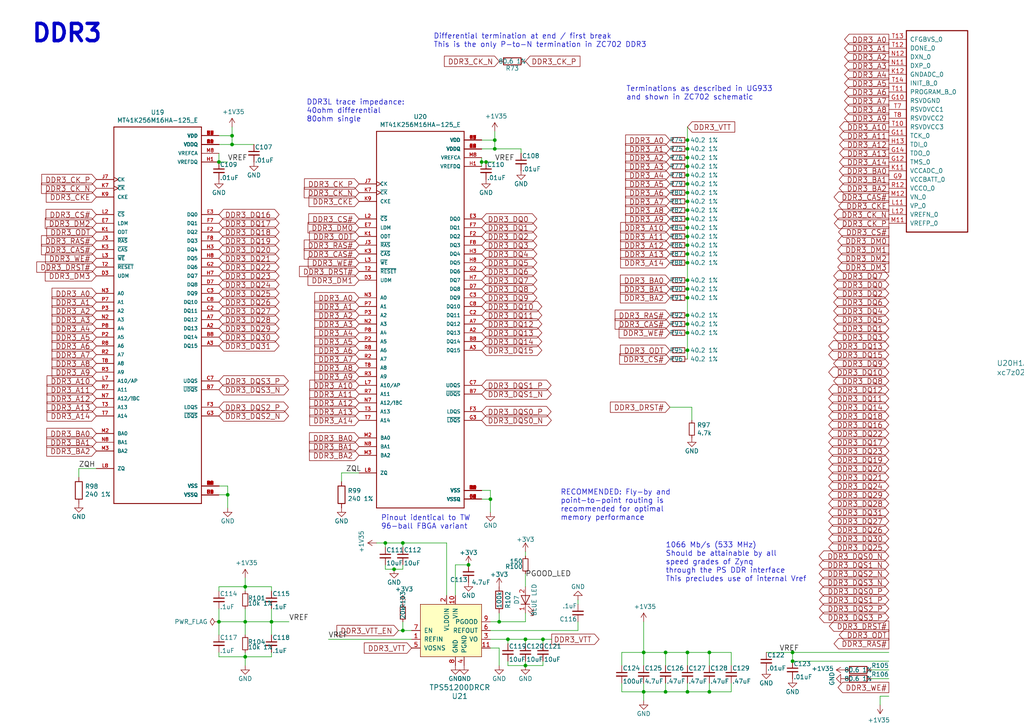
<source format=kicad_sch>
(kicad_sch (version 20231120) (generator "eeschema") (generator_version "8.0")
  (paper "A4")
  (junction (at 63.5 46.99))
  (junction (at 147.32 185.42))
  (junction (at 199.39 53.34))
  (junction (at 67.31 39.37))
  (junction (at 199.39 48.26))
  (junction (at 63.5 180.34))
  (junction (at 199.39 86.36))
  (junction (at 152.4 193.04))
  (junction (at 199.39 58.42))
  (junction (at 152.4 185.42))
  (junction (at 199.39 40.64))
  (junction (at 205.74 189.23))
  (junction (at 135.89 163.83))
  (junction (at 186.69 200.66))
  (junction (at 199.39 93.98))
  (junction (at 199.39 76.2))
  (junction (at 71.12 170.18))
  (junction (at 199.39 96.52))
  (junction (at 199.39 81.28))
  (junction (at 67.31 41.91))
  (junction (at 144.78 180.34))
  (junction (at 199.39 43.18))
  (junction (at 78.74 180.34))
  (junction (at 114.3 165.1))
  (junction (at 142.24 144.78))
  (junction (at 199.39 200.66))
  (junction (at 186.69 189.23))
  (junction (at 193.04 200.66))
  (junction (at 199.39 83.82))
  (junction (at 199.39 91.44))
  (junction (at 199.39 50.8))
  (junction (at 199.39 45.72))
  (junction (at 199.39 71.12))
  (junction (at 199.39 68.58))
  (junction (at 71.12 190.5))
  (junction (at 229.87 189.23))
  (junction (at 139.7 46.99))
  (junction (at 193.04 189.23))
  (junction (at 199.39 55.88))
  (junction (at 199.39 189.23))
  (junction (at 116.84 182.88))
  (junction (at 157.48 185.42))
  (junction (at 199.39 60.96))
  (junction (at 111.76 157.48))
  (junction (at 143.51 40.64))
  (junction (at 199.39 101.6))
  (junction (at 71.12 180.34))
  (junction (at 229.87 191.77))
  (junction (at 199.39 63.5))
  (junction (at 199.39 73.66))
  (junction (at 205.74 200.66))
  (junction (at 66.04 143.51))
  (junction (at 116.84 157.48))
  (junction (at 143.51 43.18))
  (junction (at 199.39 66.04))
  (junction (at 140.97 46.99))
  (wire (pts (xy 252.73 196.85) (xy 257.81 196.85)))
  (wire (pts (xy 71.12 176.53) (xy 71.12 180.34)))
  (wire (pts (xy 139.7 142.24) (xy 142.24 142.24)))
  (wire (pts (xy 257.81 194.31) (xy 252.73 194.31)))
  (wire (pts (xy 199.39 63.5) (xy 199.39 60.96)))
  (wire (pts (xy 199.39 55.88) (xy 199.39 53.34)))
  (wire (pts (xy 142.24 142.24) (xy 142.24 144.78)))
  (wire (pts (xy 186.69 189.23) (xy 193.04 189.23)))
  (wire (pts (xy 180.34 189.23) (xy 186.69 189.23)))
  (wire (pts (xy 99.06 137.16) (xy 99.06 139.7)))
  (wire (pts (xy 142.24 187.96) (xy 144.78 187.96)))
  (wire (pts (xy 186.69 200.66) (xy 193.04 200.66)))
  (wire (pts (xy 151.13 43.18) (xy 151.13 44.45)))
  (wire (pts (xy 152.4 191.77) (xy 152.4 193.04)))
  (wire (pts (xy 193.04 198.12) (xy 193.04 200.66)))
  (wire (pts (xy 143.51 43.18) (xy 143.51 40.64)))
  (wire (pts (xy 129.54 157.48) (xy 129.54 172.72)))
  (wire (pts (xy 67.31 41.91) (xy 67.31 39.37)))
  (wire (pts (xy 199.39 93.98) (xy 199.39 96.52)))
  (wire (pts (xy 63.5 170.18) (xy 71.12 170.18)))
  (wire (pts (xy 71.12 180.34) (xy 63.5 180.34)))
  (wire (pts (xy 67.31 36.83) (xy 67.31 39.37)))
  (wire (pts (xy 144.78 187.96) (xy 144.78 193.04)))
  (wire (pts (xy 63.5 171.45) (xy 63.5 170.18)))
  (wire (pts (xy 186.69 200.66) (xy 186.69 203.2)))
  (wire (pts (xy 193.04 189.23) (xy 193.04 193.04)))
  (wire (pts (xy 119.38 182.88) (xy 116.84 182.88)))
  (wire (pts (xy 200.66 118.11) (xy 200.66 121.92)))
  (wire (pts (xy 229.87 189.23) (xy 229.87 191.77)))
  (wire (pts (xy 111.76 158.75) (xy 111.76 157.48)))
  (wire (pts (xy 66.04 140.97) (xy 66.04 143.51)))
  (wire (pts (xy 152.4 161.29) (xy 152.4 160.02)))
  (wire (pts (xy 116.84 182.88) (xy 115.57 182.88)))
  (wire (pts (xy 132.08 163.83) (xy 132.08 172.72)))
  (wire (pts (xy 27.94 135.89) (xy 22.86 135.89)))
  (wire (pts (xy 229.87 191.77) (xy 257.81 191.77)))
  (wire (pts (xy 116.84 158.75) (xy 116.84 157.48)))
  (wire (pts (xy 71.12 189.23) (xy 71.12 190.5)))
  (wire (pts (xy 205.74 189.23) (xy 212.09 189.23)))
  (wire (pts (xy 199.39 189.23) (xy 205.74 189.23)))
  (wire (pts (xy 193.04 189.23) (xy 199.39 189.23)))
  (wire (pts (xy 95.25 185.42) (xy 119.38 185.42)))
  (wire (pts (xy 199.39 76.2) (xy 199.39 73.66)))
  (wire (pts (xy 71.12 180.34) (xy 71.12 184.15)))
  (wire (pts (xy 142.24 182.88) (xy 167.64 182.88)))
  (wire (pts (xy 199.39 71.12) (xy 199.39 68.58)))
  (wire (pts (xy 111.76 165.1) (xy 114.3 165.1)))
  (wire (pts (xy 186.69 189.23) (xy 186.69 193.04)))
  (wire (pts (xy 139.7 46.99) (xy 140.97 46.99)))
  (wire (pts (xy 152.4 185.42) (xy 157.48 185.42)))
  (wire (pts (xy 199.39 60.96) (xy 199.39 58.42)))
  (wire (pts (xy 111.76 157.48) (xy 116.84 157.48)))
  (wire (pts (xy 78.74 180.34) (xy 78.74 184.15)))
  (wire (pts (xy 63.5 41.91) (xy 67.31 41.91)))
  (wire (pts (xy 152.4 180.34) (xy 144.78 180.34)))
  (wire (pts (xy 229.87 189.23) (xy 257.81 189.23)))
  (wire (pts (xy 63.5 176.53) (xy 63.5 180.34)))
  (wire (pts (xy 71.12 170.18) (xy 78.74 170.18)))
  (wire (pts (xy 199.39 45.72) (xy 199.39 43.18)))
  (wire (pts (xy 63.5 189.23) (xy 63.5 190.5)))
  (wire (pts (xy 199.39 36.83) (xy 199.39 40.64)))
  (wire (pts (xy 139.7 144.78) (xy 142.24 144.78)))
  (wire (pts (xy 116.84 180.34) (xy 116.84 182.88)))
  (wire (pts (xy 144.78 180.34) (xy 144.78 177.8)))
  (wire (pts (xy 193.04 200.66) (xy 199.39 200.66)))
  (wire (pts (xy 143.51 38.1) (xy 143.51 40.64)))
  (wire (pts (xy 73.66 41.91) (xy 67.31 41.91)))
  (wire (pts (xy 67.31 39.37) (xy 63.5 39.37)))
  (wire (pts (xy 63.5 44.45) (xy 63.5 46.99)))
  (wire (pts (xy 167.64 180.34) (xy 167.64 182.88)))
  (wire (pts (xy 167.64 173.99) (xy 167.64 175.26)))
  (wire (pts (xy 71.12 190.5) (xy 78.74 190.5)))
  (wire (pts (xy 199.39 198.12) (xy 199.39 200.66)))
  (wire (pts (xy 157.48 193.04) (xy 157.48 191.77)))
  (wire (pts (xy 199.39 43.18) (xy 199.39 40.64)))
  (wire (pts (xy 66.04 143.51) (xy 66.04 147.32)))
  (wire (pts (xy 142.24 180.34) (xy 144.78 180.34)))
  (wire (pts (xy 143.51 43.18) (xy 151.13 43.18)))
  (wire (pts (xy 157.48 186.69) (xy 157.48 185.42)))
  (wire (pts (xy 255.27 201.93) (xy 255.27 204.47)))
  (wire (pts (xy 199.39 68.58) (xy 199.39 66.04)))
  (wire (pts (xy 135.89 163.83) (xy 132.08 163.83)))
  (wire (pts (xy 147.32 191.77) (xy 147.32 193.04)))
  (wire (pts (xy 199.39 101.6) (xy 199.39 104.14)))
  (wire (pts (xy 78.74 190.5) (xy 78.74 189.23)))
  (wire (pts (xy 199.39 48.26) (xy 199.39 45.72)))
  (wire (pts (xy 152.4 166.37) (xy 152.4 170.18)))
  (wire (pts (xy 205.74 189.23) (xy 205.74 193.04)))
  (wire (pts (xy 63.5 190.5) (xy 71.12 190.5)))
  (wire (pts (xy 78.74 170.18) (xy 78.74 171.45)))
  (wire (pts (xy 139.7 45.72) (xy 139.7 46.99)))
  (wire (pts (xy 212.09 189.23) (xy 212.09 193.04)))
  (wire (pts (xy 205.74 200.66) (xy 212.09 200.66)))
  (wire (pts (xy 78.74 176.53) (xy 78.74 180.34)))
  (wire (pts (xy 143.51 40.64) (xy 139.7 40.64)))
  (wire (pts (xy 199.39 53.34) (xy 199.39 50.8)))
  (wire (pts (xy 71.12 190.5) (xy 71.12 193.04)))
  (wire (pts (xy 142.24 185.42) (xy 147.32 185.42)))
  (wire (pts (xy 199.39 189.23) (xy 199.39 193.04)))
  (wire (pts (xy 139.7 48.26) (xy 139.7 46.99)))
  (wire (pts (xy 199.39 50.8) (xy 199.39 48.26)))
  (wire (pts (xy 205.74 198.12) (xy 205.74 200.66)))
  (wire (pts (xy 104.14 137.16) (xy 99.06 137.16)))
  (wire (pts (xy 257.81 201.93) (xy 255.27 201.93)))
  (wire (pts (xy 152.4 177.8) (xy 152.4 180.34)))
  (wire (pts (xy 180.34 193.04) (xy 180.34 189.23)))
  (wire (pts (xy 71.12 170.18) (xy 71.12 171.45)))
  (wire (pts (xy 63.5 46.99) (xy 66.04 46.99)))
  (wire (pts (xy 63.5 143.51) (xy 66.04 143.51)))
  (wire (pts (xy 199.39 200.66) (xy 205.74 200.66)))
  (wire (pts (xy 78.74 180.34) (xy 71.12 180.34)))
  (wire (pts (xy 114.3 165.1) (xy 116.84 165.1)))
  (wire (pts (xy 152.4 193.04) (xy 157.48 193.04)))
  (wire (pts (xy 116.84 157.48) (xy 129.54 157.48)))
  (wire (pts (xy 199.39 73.66) (xy 199.39 71.12)))
  (wire (pts (xy 199.39 91.44) (xy 199.39 93.98)))
  (wire (pts (xy 186.69 180.34) (xy 186.69 189.23)))
  (wire (pts (xy 186.69 198.12) (xy 186.69 200.66)))
  (wire (pts (xy 199.39 86.36) (xy 199.39 83.82)))
  (wire (pts (xy 199.39 96.52) (xy 199.39 101.6)))
  (wire (pts (xy 194.31 118.11) (xy 200.66 118.11)))
  (wire (pts (xy 180.34 198.12) (xy 180.34 200.66)))
  (wire (pts (xy 152.4 186.69) (xy 152.4 185.42)))
  (wire (pts (xy 212.09 200.66) (xy 212.09 198.12)))
  (wire (pts (xy 83.82 180.34) (xy 78.74 180.34)))
  (wire (pts (xy 199.39 83.82) (xy 199.39 81.28)))
  (wire (pts (xy 147.32 193.04) (xy 152.4 193.04)))
  (wire (pts (xy 116.84 165.1) (xy 116.84 163.83)))
  (wire (pts (xy 142.24 144.78) (xy 142.24 148.59)))
  (wire (pts (xy 109.22 157.48) (xy 111.76 157.48)))
  (wire (pts (xy 140.97 46.99) (xy 143.51 46.99)))
  (wire (pts (xy 229.87 189.23) (xy 222.25 189.23)))
  (wire (pts (xy 199.39 58.42) (xy 199.39 55.88)))
  (wire (pts (xy 199.39 81.28) (xy 199.39 76.2)))
  (wire (pts (xy 111.76 163.83) (xy 111.76 165.1)))
  (wire (pts (xy 71.12 167.64) (xy 71.12 170.18)))
  (wire (pts (xy 199.39 66.04) (xy 199.39 63.5)))
  (wire (pts (xy 139.7 43.18) (xy 143.51 43.18)))
  (wire (pts (xy 63.5 180.34) (xy 63.5 184.15)))
  (wire (pts (xy 147.32 185.42) (xy 152.4 185.42)))
  (wire (pts (xy 199.39 86.36) (xy 199.39 91.44)))
  (wire (pts (xy 180.34 200.66) (xy 186.69 200.66)))
  (wire (pts (xy 147.32 186.69) (xy 147.32 185.42)))
  (wire (pts (xy 63.5 140.97) (xy 66.04 140.97)))
  (wire (pts (xy 157.48 185.42) (xy 160.02 185.42)))
  (wire (pts (xy 22.86 135.89) (xy 22.86 138.43)))
  (text "RECOMMENDED: Fly-by and \npoint-to-point routing is\nrecommended for optimal \nmemory performance" (at 162.56 151.13 0) (effects (font (size 1.524 1.524)) (justify left bottom)))
  (text "Terminations as described in UG933\nand shown in ZC702 schematic" (at 181.61 29.21 0) (effects (font (size 1.524 1.524)) (justify left bottom)))
  (text "Pinout identical to TW \n96-ball FBGA variant\n" (at 110.49 153.67 0) (effects (font (size 1.524 1.524)) (justify left bottom)))
  (text "DDR3" (at 8.89 12.7 0) (effects (font (size 5.0038 5.0038) (thickness 1.0008) (bold yes)) (justify left bottom)))
  (text "Differential termination at end / first break\nThis is the only P-to-N termination in ZC702 DDR3" (at 125.73 13.97 0) (effects (font (size 1.524 1.524)) (justify left bottom)))
  (text "DDR3L trace impedance:\n40ohm differential\n80ohm single" (at 88.9 35.56 0) (effects (font (size 1.524 1.524)) (justify left bottom)))
  (text "1066 Mb/s (533 MHz)\nShould be attainable by all \nspeed grades of Zynq\nthrough the PS DDR interface\nThis precludes use of internal Vref" (at 193.04 168.91 0) (effects (font (size 1.524 1.524)) (justify left bottom)))
  (label "PGOOD_LED" (at 152.4 167.64 0) (effects (font (size 1.524 1.524))))
  (label "VREF" (at 66.04 46.99 0) (effects (font (size 1.524 1.524))))
  (label "VREF" (at 83.82 180.34 0) (effects (font (size 1.524 1.524))))
  (label "VREF" (at 226.06 189.23 0) (effects (font (size 1.524 1.524))))
  (label "ZQH" (at 22.86 135.89 0) (effects (font (size 1.4986 1.4986))))
  (label "ZQL" (at 100.33 137.16 0) (effects (font (size 1.4986 1.4986))))
  (label "VREF" (at 95.25 185.42 0) (effects (font (size 1.524 1.524))))
  (label "VREF" (at 143.51 46.99 0) (effects (font (size 1.524 1.524))))
  (global_label "DDR3_A2" (shape input) (at 104.14 91.44 180) (effects (font (size 1.524 1.524))) (property "Intersheetrefs" "${INTERSHEET_REFS}" (effects (hide yes))))
  (global_label "DDR3_DQ20" (shape bidirectional) (at 63.5 72.39 0) (effects (font (size 1.524 1.524))) (property "Intersheetrefs" "${INTERSHEET_REFS}" (effects (hide yes))))
  (global_label "DDR3_DQS0_P" (shape bidirectional) (at 257.81 171.45 180) (effects (font (size 1.524 1.524))) (property "Intersheetrefs" "${INTERSHEET_REFS}" (effects (hide yes))))
  (global_label "DDR3_DQ26" (shape bidirectional) (at 257.81 153.67 180) (effects (font (size 1.524 1.524))) (property "Intersheetrefs" "${INTERSHEET_REFS}" (effects (hide yes))))
  (global_label "DDR3_DQ1" (shape bidirectional) (at 139.7 66.04 0) (effects (font (size 1.524 1.524))) (property "Intersheetrefs" "${INTERSHEET_REFS}" (effects (hide yes))))
  (global_label "DDR3_A0" (shape input) (at 194.31 40.64 180) (effects (font (size 1.524 1.524))) (property "Intersheetrefs" "${INTERSHEET_REFS}" (effects (hide yes))))
  (global_label "DDR3_CAS#" (shape output) (at 257.81 57.15 180) (effects (font (size 1.524 1.524))) (property "Intersheetrefs" "${INTERSHEET_REFS}" (effects (hide yes))))
  (global_label "DDR3_DQ20" (shape bidirectional) (at 257.81 135.89 180) (effects (font (size 1.524 1.524))) (property "Intersheetrefs" "${INTERSHEET_REFS}" (effects (hide yes))))
  (global_label "DDR3_CK_P" (shape input) (at 104.14 53.34 180) (effects (font (size 1.524 1.524))) (property "Intersheetrefs" "${INTERSHEET_REFS}" (effects (hide yes))))
  (global_label "DDR3_DQS1_P" (shape bidirectional) (at 257.81 173.99 180) (effects (font (size 1.524 1.524))) (property "Intersheetrefs" "${INTERSHEET_REFS}" (effects (hide yes))))
  (global_label "DDR3_A1" (shape output) (at 257.81 13.97 180) (effects (font (size 1.524 1.524))) (property "Intersheetrefs" "${INTERSHEET_REFS}" (effects (hide yes))))
  (global_label "DDR3_DM3" (shape output) (at 257.81 77.47 180) (effects (font (size 1.524 1.524))) (property "Intersheetrefs" "${INTERSHEET_REFS}" (effects (hide yes))))
  (global_label "DDR3_DQ21" (shape bidirectional) (at 63.5 74.93 0) (effects (font (size 1.524 1.524))) (property "Intersheetrefs" "${INTERSHEET_REFS}" (effects (hide yes))))
  (global_label "DDR3_A1" (shape input) (at 104.14 88.9 180) (effects (font (size 1.524 1.524))) (property "Intersheetrefs" "${INTERSHEET_REFS}" (effects (hide yes))))
  (global_label "DDR3_DQ28" (shape bidirectional) (at 63.5 92.71 0) (effects (font (size 1.524 1.524))) (property "Intersheetrefs" "${INTERSHEET_REFS}" (effects (hide yes))))
  (global_label "DDR3_RAS#" (shape output) (at 257.81 186.69 180) (effects (font (size 1.524 1.524))) (property "Intersheetrefs" "${INTERSHEET_REFS}" (effects (hide yes))))
  (global_label "DDR3_A11" (shape input) (at 27.94 113.03 180) (effects (font (size 1.524 1.524))) (property "Intersheetrefs" "${INTERSHEET_REFS}" (effects (hide yes))))
  (global_label "DDR3_DQ27" (shape bidirectional) (at 63.5 90.17 0) (effects (font (size 1.524 1.524))) (property "Intersheetrefs" "${INTERSHEET_REFS}" (effects (hide yes))))
  (global_label "DDR3_DQS0_P" (shape bidirectional) (at 139.7 119.38 0) (effects (font (size 1.524 1.524))) (property "Intersheetrefs" "${INTERSHEET_REFS}" (effects (hide yes))))
  (global_label "DDR3_A0" (shape output) (at 257.81 11.43 180) (effects (font (size 1.524 1.524))) (property "Intersheetrefs" "${INTERSHEET_REFS}" (effects (hide yes))))
  (global_label "DDR3_A10" (shape output) (at 257.81 36.83 180) (effects (font (size 1.524 1.524))) (property "Intersheetrefs" "${INTERSHEET_REFS}" (effects (hide yes))))
  (global_label "DDR3_A6" (shape input) (at 104.14 101.6 180) (effects (font (size 1.524 1.524))) (property "Intersheetrefs" "${INTERSHEET_REFS}" (effects (hide yes))))
  (global_label "DDR3_DQ5" (shape bidirectional) (at 139.7 76.2 0) (effects (font (size 1.524 1.524))) (property "Intersheetrefs" "${INTERSHEET_REFS}" (effects (hide yes))))
  (global_label "DDR3_A14" (shape input) (at 27.94 120.65 180) (effects (font (size 1.524 1.524))) (property "Intersheetrefs" "${INTERSHEET_REFS}" (effects (hide yes))))
  (global_label "DDR3_DQ11" (shape bidirectional) (at 257.81 115.57 180) (effects (font (size 1.524 1.524))) (property "Intersheetrefs" "${INTERSHEET_REFS}" (effects (hide yes))))
  (global_label "DDR3_CK_N" (shape output) (at 257.81 62.23 180) (effects (font (size 1.524 1.524))) (property "Intersheetrefs" "${INTERSHEET_REFS}" (effects (hide yes))))
  (global_label "DDR3_BA2" (shape input) (at 104.14 132.08 180) (effects (font (size 1.524 1.524))) (property "Intersheetrefs" "${INTERSHEET_REFS}" (effects (hide yes))))
  (global_label "DDR3_DRST#" (shape input) (at 27.94 77.47 180) (effects (font (size 1.524 1.524))) (property "Intersheetrefs" "${INTERSHEET_REFS}" (effects (hide yes))))
  (global_label "DDR3_A10" (shape input) (at 104.14 111.76 180) (effects (font (size 1.524 1.524))) (property "Intersheetrefs" "${INTERSHEET_REFS}" (effects (hide yes))))
  (global_label "DDR3_DQ25" (shape bidirectional) (at 63.5 85.09 0) (effects (font (size 1.524 1.524))) (property "Intersheetrefs" "${INTERSHEET_REFS}" (effects (hide yes))))
  (global_label "DDR3_DQS2_N" (shape bidirectional) (at 257.81 166.37 180) (effects (font (size 1.524 1.524))) (property "Intersheetrefs" "${INTERSHEET_REFS}" (effects (hide yes))))
  (global_label "DDR3_A6" (shape input) (at 27.94 100.33 180) (effects (font (size 1.524 1.524))) (property "Intersheetrefs" "${INTERSHEET_REFS}" (effects (hide yes))))
  (global_label "DDR3_CAS#" (shape input) (at 27.94 72.39 180) (effects (font (size 1.524 1.524))) (property "Intersheetrefs" "${INTERSHEET_REFS}" (effects (hide yes))))
  (global_label "DDR3_ODT" (shape output) (at 257.81 184.15 180) (effects (font (size 1.524 1.524))) (property "Intersheetrefs" "${INTERSHEET_REFS}" (effects (hide yes))))
  (global_label "DDR3_DQ6" (shape bidirectional) (at 257.81 87.63 180) (effects (font (size 1.524 1.524))) (property "Intersheetrefs" "${INTERSHEET_REFS}" (effects (hide yes))))
  (global_label "DDR3_DQ30" (shape bidirectional) (at 63.5 97.79 0) (effects (font (size 1.524 1.524))) (property "Intersheetrefs" "${INTERSHEET_REFS}" (effects (hide yes))))
  (global_label "DDR3_DQ18" (shape bidirectional) (at 63.5 67.31 0) (effects (font (size 1.524 1.524))) (property "Intersheetrefs" "${INTERSHEET_REFS}" (effects (hide yes))))
  (global_label "DDR3_A0" (shape input) (at 27.94 85.09 180) (effects (font (size 1.524 1.524))) (property "Intersheetrefs" "${INTERSHEET_REFS}" (effects (hide yes))))
  (global_label "DDR3_DQ2" (shape bidirectional) (at 139.7 68.58 0) (effects (font (size 1.524 1.524))) (property "Intersheetrefs" "${INTERSHEET_REFS}" (effects (hide yes))))
  (global_label "DDR3_DQ13" (shape bidirectional) (at 139.7 96.52 0) (effects (font (size 1.524 1.524))) (property "Intersheetrefs" "${INTERSHEET_REFS}" (effects (hide yes))))
  (global_label "DDR3_A2" (shape output) (at 257.81 16.51 180) (effects (font (size 1.524 1.524))) (property "Intersheetrefs" "${INTERSHEET_REFS}" (effects (hide yes))))
  (global_label "DDR3_DQ22" (shape bidirectional) (at 257.81 125.73 180) (effects (font (size 1.524 1.524))) (property "Intersheetrefs" "${INTERSHEET_REFS}" (effects (hide yes))))
  (global_label "DDR3_DQ3" (shape bidirectional) (at 257.81 97.79 180) (effects (font (size 1.524 1.524))) (property "Intersheetrefs" "${INTERSHEET_REFS}" (effects (hide yes))))
  (global_label "DDR3_DRST#" (shape input) (at 194.31 118.11 180) (effects (font (size 1.524 1.524))) (property "Intersheetrefs" "${INTERSHEET_REFS}" (effects (hide yes))))
  (global_label "DDR3_DQ17" (shape bidirectional) (at 257.81 128.27 180) (effects (font (size 1.524 1.524))) (property "Intersheetrefs" "${INTERSHEET_REFS}" (effects (hide yes))))
  (global_label "DDR3_DM3" (shape input) (at 27.94 80.01 180) (effects (font (size 1.524 1.524))) (property "Intersheetrefs" "${INTERSHEET_REFS}" (effects (hide yes))))
  (global_label "DDR3_A11" (shape output) (at 257.81 39.37 180) (effects (font (size 1.524 1.524))) (property "Intersheetrefs" "${INTERSHEET_REFS}" (effects (hide yes))))
  (global_label "DDR3_DQ31" (shape bidirectional) (at 63.5 100.33 0) (effects (font (size 1.524 1.524))) (property "Intersheetrefs" "${INTERSHEET_REFS}" (effects (hide yes))))
  (global_label "DDR3_DQS1_N" (shape bidirectional) (at 257.81 163.83 180) (effects (font (size 1.524 1.524))) (property "Intersheetrefs" "${INTERSHEET_REFS}" (effects (hide yes))))
  (global_label "DDR3_ODT" (shape input) (at 27.94 67.31 180) (effects (font (size 1.524 1.524))) (property "Intersheetrefs" "${INTERSHEET_REFS}" (effects (hide yes))))
  (global_label "DDR3_DQ3" (shape bidirectional) (at 139.7 71.12 0) (effects (font (size 1.524 1.524))) (property "Intersheetrefs" "${INTERSHEET_REFS}" (effects (hide yes))))
  (global_label "DDR3_DQ17" (shape bidirectional) (at 63.5 64.77 0) (effects (font (size 1.524 1.524))) (property "Intersheetrefs" "${INTERSHEET_REFS}" (effects (hide yes))))
  (global_label "DDR3_A1" (shape input) (at 194.31 43.18 180) (effects (font (size 1.524 1.524))) (property "Intersheetrefs" "${INTERSHEET_REFS}" (effects (hide yes))))
  (global_label "DDR3_DM0" (shape input) (at 104.14 66.04 180) (effects (font (size 1.524 1.524))) (property "Intersheetrefs" "${INTERSHEET_REFS}" (effects (hide yes))))
  (global_label "DDR3_WE#" (shape input) (at 194.31 96.52 180) (effects (font (size 1.524 1.524))) (property "Intersheetrefs" "${INTERSHEET_REFS}" (effects (hide yes))))
  (global_label "DDR3_DQ23" (shape bidirectional) (at 257.81 130.81 180) (effects (font (size 1.524 1.524))) (property "Intersheetrefs" "${INTERSHEET_REFS}" (effects (hide yes))))
  (global_label "DDR3_BA2" (shape input) (at 194.31 86.36 180) (effects (font (size 1.524 1.524))) (property "Intersheetrefs" "${INTERSHEET_REFS}" (effects (hide yes))))
  (global_label "DDR3_CAS#" (shape input) (at 194.31 93.98 180) (effects (font (size 1.524 1.524))) (property "Intersheetrefs" "${INTERSHEET_REFS}" (effects (hide yes))))
  (global_label "DDR3_CKE" (shape output) (at 257.81 59.69 180) (effects (font (size 1.524 1.524))) (property "Intersheetrefs" "${INTERSHEET_REFS}" (effects (hide yes))))
  (global_label "DDR3_CAS#" (shape input) (at 104.14 73.66 180) (effects (font (size 1.524 1.524))) (property "Intersheetrefs" "${INTERSHEET_REFS}" (effects (hide yes))))
  (global_label "DDR3_DQ15" (shape bidirectional) (at 139.7 101.6 0) (effects (font (size 1.524 1.524))) (property "Intersheetrefs" "${INTERSHEET_REFS}" (effects (hide yes))))
  (global_label "DDR3_DQ23" (shape bidirectional) (at 63.5 80.01 0) (effects (font (size 1.524 1.524))) (property "Intersheetrefs" "${INTERSHEET_REFS}" (effects (hide yes))))
  (global_label "DDR3_VTT" (shape input) (at 119.38 187.96 180) (effects (font (size 1.524 1.524))) (property "Intersheetrefs" "${INTERSHEET_REFS}" (effects (hide yes))))
  (global_label "DDR3_DQ13" (shape bidirectional) (at 257.81 100.33 180) (effects (font (size 1.524 1.524))) (property "Intersheetrefs" "${INTERSHEET_REFS}" (effects (hide yes))))
  (global_label "DDR3_DQ18" (shape bidirectional) (at 257.81 120.65 180) (effects (font (size 1.524 1.524))) (property "Intersheetrefs" "${INTERSHEET_REFS}" (effects (hide yes))))
  (global_label "DDR3_DQ19" (shape bidirectional) (at 63.5 69.85 0) (effects (font (size 1.524 1.524))) (property "Intersheetrefs" "${INTERSHEET_REFS}" (effects (hide yes))))
  (global_label "DDR3_A13" (shape input) (at 194.31 73.66 180) (effects (font (size 1.524 1.524))) (property "Intersheetrefs" "${INTERSHEET_REFS}" (effects (hide yes))))
  (global_label "DDR3_DQS2_P" (shape bidirectional) (at 63.5 118.11 0) (effects (font (size 1.524 1.524))) (property "Intersheetrefs" "${INTERSHEET_REFS}" (effects (hide yes))))
  (global_label "DDR3_DQ26" (shape bidirectional) (at 63.5 87.63 0) (effects (font (size 1.524 1.524))) (property "Intersheetrefs" "${INTERSHEET_REFS}" (effects (hide yes))))
  (global_label "DDR3_DQ30" (shape bidirectional) (at 257.81 156.21 180) (effects (font (size 1.524 1.524))) (property "Intersheetrefs" "${INTERSHEET_REFS}" (effects (hide yes))))
  (global_label "DDR3_RAS#" (shape input) (at 27.94 69.85 180) (effects (font (size 1.524 1.524))) (property "Intersheetrefs" "${INTERSHEET_REFS}" (effects (hide yes))))
  (global_label "DDR3_CS#" (shape input) (at 104.14 63.5 180) (effects (font (size 1.524 1.524))) (property "Intersheetrefs" "${INTERSHEET_REFS}" (effects (hide yes))))
  (global_label "DDR3_DQ11" (shape bidirectional) (at 139.7 91.44 0) (effects (font (size 1.524 1.524))) (property "Intersheetrefs" "${INTERSHEET_REFS}" (effects (hide yes))))
  (global_label "DDR3_A13" (shape input) (at 27.94 118.11 180) (effects (font (size 1.524 1.524))) (property "Intersheetrefs" "${INTERSHEET_REFS}" (effects (hide yes))))
  (global_label "DDR3_DQS0_N" (shape bidirectional) (at 257.81 161.29 180) (effects (font (size 1.524 1.524))) (property "Intersheetrefs" "${INTERSHEET_REFS}" (effects (hide yes))))
  (global_label "DDR3_VTT" (shape input) (at 199.39 36.83 0) (effects (font (size 1.524 1.524))) (property "Intersheetrefs" "${INTERSHEET_REFS}" (effects (hide yes))))
  (global_label "DDR3_DQ29" (shape bidirectional) (at 63.5 95.25 0) (effects (font (size 1.524 1.524))) (property "Intersheetrefs" "${INTERSHEET_REFS}" (effects (hide yes))))
  (global_label "DDR3_DQS2_P" (shape bidirectional) (at 257.81 176.53 180) (effects (font (size 1.524 1.524))) (property "Intersheetrefs" "${INTERSHEET_REFS}" (effects (hide yes))))
  (global_label "DDR3_CS#" (shape output) (at 257.81 67.31 180) (effects (font (size 1.524 1.524))) (property "Intersheetrefs" "${INTERSHEET_REFS}" (effects (hide yes))))
  (global_label "DDR3_DRST#" (shape input) (at 104.14 78.74 180) (effects (font (size 1.524 1.524))) (property "Intersheetrefs" "${INTERSHEET_REFS}" (effects (hide yes))))
  (global_label "DDR3_DQ27" (shape bidirectional) (at 257.81 151.13 180) (effects (font (size 1.524 1.524))) (property "Intersheetrefs" "${INTERSHEET_REFS}" (effects (hide yes))))
  (global_label "DDR3_A7" (shape input) (at 104.14 104.14 180) (effects (font (size 1.524 1.524))) (property "Intersheetrefs" "${INTERSHEET_REFS}" (effects (hide yes))))
  (global_label "DDR3_DQ16" (shape bidirectional) (at 63.5 62.23 0) (effects (font (size 1.524 1.524))) (property "Intersheetrefs" "${INTERSHEET_REFS}" (effects (hide yes))))
  (global_label "DDR3_DQ15" (shape bidirectional) (at 257.81 102.87 180) (effects (font (size 1.524 1.524))) (property "Intersheetrefs" "${INTERSHEET_REFS}" (effects (hide yes))))
  (global_label "DDR3_A10" (shape input) (at 27.94 110.49 180) (effects (font (size 1.524 1.524))) (property "Intersheetrefs" "${INTERSHEET_REFS}" (effects (hide yes))))
  (global_label "DDR3_DQ24" (shape bidirectional) (at 63.5 82.55 0) (effects (font (size 1.524 1.524))) (property "Intersheetrefs" "${INTERSHEET_REFS}" (effects (hide yes))))
  (global_label "DDR3_VTT" (shape output) (at 160.02 185.42 0) (effects (font (size 1.524 1.524))) (property "Intersheetrefs" "${INTERSHEET_REFS}" (effects (hide yes))))
  (global_label "DDR3_DQ14" (shape bidirectional) (at 139.7 99.06 0) (effects (font (size 1.524 1.524))) (property "Intersheetrefs" "${INTERSHEET_REFS}" (effects (hide yes))))
  (global_label "DDR3_A12" (shape output) (at 257.81 41.91 180) (effects (font (size 1.524 1.524))) (property "Intersheetrefs" "${INTERSHEET_REFS}" (effects (hide yes))))
  (global_label "DDR3_A4" (shape output) (at 257.81 21.59 180) (effects (font (size 1.524 1.524))) (property "Intersheetrefs" "${INTERSHEET_REFS}" (effects (hide yes))))
  (global_label "DDR3_A9" (shape input) (at 104.14 109.22 180) (effects (font (size 1.524 1.524))) (property "Intersheetrefs" "${INTERSHEET_REFS}" (effects (hide yes))))
  (global_label "DDR3_BA1" (shape input) (at 194.31 83.82 180) (effects (font (size 1.524 1.524))) (property "Intersheetrefs" "${INTERSHEET_REFS}" (effects (hide yes))))
  (global_label "DDR3_RAS#" (shape input) (at 194.31 91.44 180) (effects (font (size 1.524 1.524))) (property "Intersheetrefs" "${INTERSHEET_REFS}" (effects (hide yes))))
  (global_label "DDR3_A3" (shape output) (at 257.81 19.05 180) (effects (font (size 1.524 1.524))) (property "Intersheetrefs" "${INTERSHEET_REFS}" (effects (hide yes))))
  (global_label "DDR3_A9" (shape input) (at 194.31 63.5 180) (effects (font (size 1.524 1.524))) (property "Intersheetrefs" "${INTERSHEET_REFS}" (effects (hide yes))))
  (global_label "DDR3_BA2" (shape output) (at 257.81 54.61 180) (effects (font (size 1.524 1.524))) (property "Intersheetrefs" "${INTERSHEET_REFS}" (effects (hide yes))))
  (global_label "DDR3_A7" (shape output) (at 257.81 29.21 180) (effects (font (size 1.524 1.524))) (property "Intersheetrefs" "${INTERSHEET_REFS}" (effects (hide yes))))
  (global_label "DDR3_A7" (shape input) (at 27.94 102.87 180) (effects (font (size 1.524 1.524))) (property "Intersheetrefs" "${INTERSHEET_REFS}" (effects (hide yes))))
  (global_label "DDR3_DQ9" (shape bidirectional) (at 257.81 105.41 180) (effects (font (size 1.524 1.524))) (property "Intersheetrefs" "${INTERSHEET_REFS}" (effects (hide yes))))
  (global_label "DDR3_DQ7" (shape bidirectional) (at 139.7 81.28 0) (effects (font (size 1.524 1.524))) (property "Intersheetrefs" "${INTERSHEET_REFS}" (effects (hide yes))))
  (global_label "DDR3_DQ0" (shape bidirectional) (at 257.81 82.55 180) (effects (font (size 1.524 1.524))) (property "Intersheetrefs" "${INTERSHEET_REFS}" (effects (hide yes))))
  (global_label "DDR3_A13" (shape input) (at 104.14 119.38 180) (effects (font (size 1.524 1.524))) (property "Intersheetrefs" "${INTERSHEET_REFS}" (effects (hide yes))))
  (global_label "DDR3_A2" (shape input) (at 194.31 45.72 180) (effects (font (size 1.524 1.524))) (property "Intersheetrefs" "${INTERSHEET_REFS}" (effects (hide yes))))
  (global_label "DDR3_A12" (shape input) (at 104.14 116.84 180) (effects (font (size 1.524 1.524))) (property "Intersheetrefs" "${INTERSHEET_REFS}" (effects (hide yes))))
  (global_label "DDR3_DQ29" (shape bidirectional) (at 257.81 143.51 180) (effects (font (size 1.524 1.524))) (property "Intersheetrefs" "${INTERSHEET_REFS}" (effects (hide yes))))
  (global_label "DDR3_A5" (shape input) (at 194.31 53.34 180) (effects (font (size 1.524 1.524))) (property "Intersheetrefs" "${INTERSHEET_REFS}" (effects (hide yes))))
  (global_label "DDR3_DQ0" (shape bidirectional) (at 139.7 63.5 0) (effects (font (size 1.524 1.524))) (property "Intersheetrefs" "${INTERSHEET_REFS}" (effects (hide yes))))
  (global_label "DDR3_DQ21" (shape bidirectional) (at 257.81 138.43 180) (effects (font (size 1.524 1.524))) (property "Intersheetrefs" "${INTERSHEET_REFS}" (effects (hide yes))))
  (global_label "DDR3_DQS2_N" (shape bidirectional) (at 63.5 120.65 0) (effects (font (size 1.524 1.524))) (property "Intersheetrefs" "${INTERSHEET_REFS}" (effects (hide yes))))
  (global_label "DDR3_A11" (shape input) (at 104.14 114.3 180) (effects (font (size 1.524 1.524))) (property "Intersheetrefs" "${INTERSHEET_REFS}" (effects (hide yes))))
  (global_label "DDR3_VTT_EN" (shape input) (at 115.57 182.88 180) (effects (font (size 1.524 1.524))) (property "Intersheetrefs" "${INTERSHEET_REFS}" (effects (hide yes))))
  (global_label "DDR3_DQS0_N" (shape bidirectional) (at 139.7 121.92 0) (effects (font (size 1.524 1.524))) (property "Intersheetrefs" "${INTERSHEET_REFS}" (effects (hide yes))))
  (global_label "DDR3_A8" (shape input) (at 27.94 105.41 180) (effects (font (size 1.524 1.524))) (property "Intersheetrefs" "${INTERSHEET_REFS}" (effects (hide yes))))
  (global_label "DDR3_DQS1_N" (shape bidirectional) (at 139.7 114.3 0) (effects (font (size 1.524 1.524))) (property "Intersheetrefs" "${INTERSHEET_REFS}" (effects (hide yes))))
  (global_label "DDR3_DQ8" (shape bidirectional) (at 139.7 83.82 0) (effects (font (size 1.524 1.524))) (property "Intersheetrefs" "${INTERSHEET_REFS}" (effects (hide yes))))
  (global_label "DDR3_A6" (shape input) (at 194.31 55.88 180) (effects (font (size 1.524 1.524))) (property "Intersheetrefs" "${INTERSHEET_REFS}" (effects (hide yes))))
  (global_label "DDR3_DQ9" (shape bidirectional) (at 139.7 86.36 0) (effects (font (size 1.524 1.524))) (property "Intersheetrefs" "${INTERSHEET_REFS}" (effects (hide yes))))
  (global_label "DDR3_DM0" (shape output) (at 257.81 69.85 180) (effects (font (size 1.524 1.524))) (property "Intersheetrefs" "${INTERSHEET_REFS}" (effects (hide yes))))
  (global_label "DDR3_A14" (shape input) (at 194.31 76.2 180) (effects (font (size 1.524 1.524))) (property "Intersheetrefs" "${INTERSHEET_REFS}" (effects (hide yes))))
  (global_label "DDR3_DQ1" (shape bidirectional) (at 257.81 95.25 180) (effects (font (size 1.524 1.524))) (property "Intersheetrefs" "${INTERSHEET_REFS}" (effects (hide yes))))
  (global_label "DDR3_DQ14" (shape bidirectional) (at 257.81 118.11 180) (effects (font (size 1.524 1.524))) (property "Intersheetrefs" "${INTERSHEET_REFS}" (effects (hide yes))))
  (global_label "DDR3_DQ22" (shape bidirectional) (at 63.5 77.47 0) (effects (font (size 1.524 1.524))) (property "Intersheetrefs" "${INTERSHEET_REFS}" (effects (hide yes))))
  (global_label "DDR3_DQ4" (shape bidirectional) (at 139.7 73.66 0) (effects (font (size 1.524 1.524))) (property "Intersheetrefs" "${INTERSHEET_REFS}" (effects (hide yes))))
  (global_label "DDR3_DQS3_N" (shape bidirectional) (at 63.5 113.03 0) (effects (font (size 1.524 1.524))) (property "Intersheetrefs" "${INTERSHEET_REFS}" (effects (hide yes))))
  (global_label "DDR3_A12" (shape input) (at 27.94 115.57 180) (effects (font (size 1.524 1.524))) (property "Intersheetrefs" "${INTERSHEET_REFS}" (effects (hide yes))))
  (global_label "DDR3_BA0" (shape output) (at 257.81 49.53 180) (effects (font (size 1.524 1.524))) (property "Intersheetrefs" "${INTERSHEET_REFS}" (effects (hide yes))))
  (global_label "DDR3_A13" (shape output) (at 257.81 44.45 180) (effects (font (size 1.524 1.524))) (property "Intersheetrefs" "${INTERSHEET_REFS}" (effects (hide yes))))
  (global_label "DDR3_DQ6" (shape bidirectional) (at 139.7 78.74 0) (effects (font (size 1.524 1.524))) (property "Intersheetrefs" "${INTERSHEET_REFS}" (effects (hide yes))))
  (global_label "DDR3_A4" (shape input) (at 104.14 96.52 180) (effects (font (size 1.524 1.524))) (property "Intersheetrefs" "${INTERSHEET_REFS}" (effects (hide yes))))
  (global_label "DDR3_DQ10" (shape bidirectional) (at 257.81 107.95 180) (effects (font (size 1.524 1.524))) (property "Intersheetrefs" "${INTERSHEET_REFS}" (effects (hide yes))))
  (global_label "DDR3_DM1" (shape output) (at 257.81 72.39 180) (effects (font (size 1.524 1.524))) (property "Intersheetrefs" "${INTERSHEET_REFS}" (effects (hide yes))))
  (global_label "DDR3_A5" (shape output) (at 257.81 24.13 180) (effects (font (size 1.524 1.524))) (property "Intersheetrefs" "${INTERSHEET_REFS}" (effects (hide yes))))
  (global_label "DDR3_DQ24" (shape bidirectional) (at 257.81 140.97 180) (effects (font (size 1.524 1.524))) (property "Intersheetrefs" "${INTERSHEET_REFS}" (effects (hide yes))))
  (global_label "DDR3_CS#" (shape input) (at 194.31 104.14 180) (effects (font (size 1.524 1.524))) (property "Intersheetrefs" "${INTERSHEET_REFS}" (effects (hide yes))))
  (global_label "DDR3_A10" (shape input) (at 194.31 66.04 180) (effects (font (size 1.524 1.524))) (property "Intersheetrefs" "${INTERSHEET_REFS}" (effects (hide yes))))
  (global_label "DDR3_DQ2" (shape bidirectional) (at 257.81 85.09 180) (effects (font (size 1.524 1.524))) (property "Intersheetrefs" "${INTERSHEET_REFS}" (effects (hide yes))))
  (global_label "DDR3_DQS3_P" (shape bidirectional) (at 257.81 179.07 180) (effects (font (size 1.524 1.524))) (property "Intersheetrefs" "${INTERSHEET_REFS}" (effects (hide yes))))
  (global_label "DDR3_CK_P" (shape input) (at 27.94 52.07 180) (effects (font (size 1.524 1.524))) (property "Intersheetrefs" "${INTERSHEET_REFS}" (effects (hide yes))))
  (global_label "DDR3_A7" (shape input) (at 194.31 58.42 180) (effects (font (size 1.524 1.524))) (property "Intersheetrefs" "${INTERSHEET_REFS}" (effects (hide yes))))
  (global_label "DDR3_A5" (shape input) (at 104.14 99.06 180) (effects (font (size 1.524 1.524))) (property "Intersheetrefs" "${INTERSHEET_REFS}" (effects (hide yes))))
  (global_label "DDR3_DQS1_P" (shape bidirectional) (at 139.7 111.76 0) (effects (font (size 1.524 1.524))) (property "Intersheetrefs" "${INTERSHEET_REFS}" (effects (hide yes))))
  (global_label "DDR3_A14" (shape output) (at 257.81 46.99 180) (effects (font (size 1.524 1.524))) (property "Intersheetrefs" "${INTERSHEET_REFS}" (effects (hide yes))))
  (global_label "DDR3_DM1" (shape input) (at 104.14 81.28 180) (effects (font (size 1.524 1.524))) (property "Intersheetrefs" "${INTERSHEET_REFS}" (effects (hide yes))))
  (global_label "DDR3_DQ12" (shape bidirectional) (at 257.81 113.03 180) (effects (font (size 1.524 1.524))) (property "Intersheetrefs" "${INTERSHEET_REFS}" (effects (hide yes))))
  (global_label "DDR3_BA1" (shape input) (at 27.94 128.27 180) (effects (font (size 1.524 1.524))) (property "Intersheetrefs" "${INTERSHEET_REFS}" (effects (hide yes))))
  (global_label "DDR3_DM2" (shape output) (at 257.81 74.93 180) (effects (font (size 1.524 1.524))) (property "Intersheetrefs" "${INTERSHEET_REFS}" (effects (hide yes))))
  (global_label "DDR3_ODT" (shape input) (at 194.31 101.6 180) (effects (font (size 1.524 1.524))) (property "Intersheetrefs" "${INTERSHEET_REFS}" (effects (hide yes))))
  (global_label "DDR3_A9" (shape output) (at 257.81 34.29 180) (effects (font (size 1.524 1.524))) (property "Intersheetrefs" "${INTERSHEET_REFS}" (effects (hide yes))))
  (global_label "DDR3_CKE" (shape input) (at 104.14 58.42 180) (effects (font (size 1.524 1.524))) (property "Intersheetrefs" "${INTERSHEET_REFS}" (effects (hide yes))))
  (global_label "DDR3_DQ31" (shape bidirectional) (at 257.81 148.59 180) (effects (font (size 1.524 1.524))) (property "Intersheetrefs" "${INTERSHEET_REFS}" (effects (hide yes))))
  (global_label "DDR3_A1" (shape input) (at 27.94 87.63 180) (effects (font (size 1.524 1.524))) (property "Intersheetrefs" "${INTERSHEET_REFS}" (effects (hide yes))))
  (global_label "DDR3_A9" (shape input) (at 27.94 107.95 180) (effects (font (size 1.524 1.524))) (property "Intersheetrefs" "${INTERSHEET_REFS}" (effects (hide yes))))
  (global_label "DDR3_CK_N" (shape input) (at 144.78 17.78 180) (effects (font (size 1.524 1.524))) (property "Intersheetrefs" "${INTERSHEET_REFS}" (effects (hide yes))))
  (global_label "DDR3_DQ28" (shape bidirectional) (at 257.81 146.05 180) (effects (font (size 1.524 1.524))) (property "Intersheetrefs" "${INTERSHEET_REFS}" (effects (hide yes))))
  (global_label "DDR3_CK_N" (shape input) (at 104.14 55.88 180) (effects (font (size 1.524 1.524))) (property "Intersheetrefs" "${INTERSHEET_REFS}" (effects (hide yes))))
  (global_label "DDR3_BA1" (shape input) (at 104.14 129.54 180) (effects (font (size 1.524 1.524))) (property "Intersheetrefs" "${INTERSHEET_REFS}" (effects (hide yes))))
  (global_label "DDR3_DQ5" (shape bidirectional) (at 257.81 92.71 180) (effects (font (size 1.524 1.524))) (property "Intersheetrefs" "${INTERSHEET_REFS}" (effects (hide yes))))
  (global_label "DDR3_CK_N" (shape input) (at 27.94 54.61 180) (effects (font (size 1.524 1.524))) (property "Intersheetrefs" "${INTERSHEET_REFS}" (effects (hide yes))))
  (global_label "DDR3_A8" (shape input) (at 104.14 106.68 180) (effects (font (size 1.524 1.524))) (property "Intersheetrefs" "${INTERSHEET_REFS}" (effects (hide yes))))
  (global_label "DDR3_A8" (shape input) (at 194.31 60.96 180) (effects (font (size 1.524 1.524))) (property "Intersheetrefs" "${INTERSHEET_REFS}" (effects (hide yes))))
  (global_label "DDR3_DQ4" (shape bidirectional) (at 257.81 90.17 180) (effects (font (size 1.524 1.524))) (property "Intersheetrefs" "${INTERSHEET_REFS}" (effects (hide yes))))
  (global_label "DDR3_A12" (shape input) (at 194.31 71.12 180) (effects (font (size 1.524 1.524))) (property "Intersheetrefs" "${INTERSHEET_REFS}" (effects (hide yes))))
  (global_label "DDR3_DQ7" (shape bidirectional) (at 257.81 80.01 180) (effects (font (size 1.524 1.524))) (property "Intersheetrefs" "${INTERSHEET_REFS}" (effects (hide yes))))
  (global_label "DDR3_A3" (shape input) (at 194.31 48.26 180) (effects (font (size 1.524 1.524))) (property "Intersheetrefs" "${INTERSHEET_REFS}" (effects (hide yes))))
  (global_label "DDR3_BA0" (shape input) (at 194.31 81.28 180) (effects (font (size 1.524 1.524))) (property "Intersheetrefs" "${INTERSHEET_REFS}" (effects (hide yes))))
  (global_label "DDR3_A6" (shape output) (at 257.81 26.67 180) (effects (font (size 1.524 1.524))) (property "Intersheetrefs" "${INTERSHEET_REFS}" (effects (hide yes))))
  (global_label "DDR3_DRST#" (shape output) (at 257.81 181.61 180) (effects (font (size 1.524 1.524))) (property "Intersheetrefs" "${INTERSHEET_REFS}" (effects (hide yes))))
  (global_label "DDR3_A4" (shape input) (at 194.31 50.8 180) (effects (font (size 1.524 1.524))) (property "Intersheetrefs" "${INTERSHEET_REFS}" (effects (hide yes))))
  (global_label "DDR3_A3" (shape input) (at 104.14 93.98 180) (effects (font (size 1.524 1.524))) (property "Intersheetrefs" "${INTERSHEET_REFS}" (effects (hide yes))))
  (global_label "DDR3_A0" (shape input) (at 104.14 86.36 180) (effects (font (size 1.524 1.524))) (property "Intersheetrefs" "${INTERSHEET_REFS}" (effects (hide yes))))
  (global_label "DDR3_BA1" (shape output) (at 257.81 52.07 180) (effects (font (size 1.524 1.524))) (property "Intersheetrefs" "${INTERSHEET_REFS}" (effects (hide yes))))
  (global_label "DDR3_CS#" (shape input) (at 27.94 62.23 180) (effects (font (size 1.524 1.524))) (property "Intersheetrefs" "${INTERSHEET_REFS}" (effects (hide yes))))
  (global_label "DDR3_DQS3_N" (shape bidirectional) (at 257.81 168.91 180) (effects (font (size 1.524 1.524))) (property "Intersheetrefs" "${INTERSHEET_REFS}" (effects (hide yes))))
  (global_label "DDR3_CK_P" (shape output) (at 257.81 64.77 180) (effects (font (size 1.524 1.524))) (property "Intersheetrefs" "${INTERSHEET_REFS}" (effects (hide yes))))
  (global_label "DDR3_A5" (shape input) (at 27.94 97.79 180) (effects (font (size 1.524 1.524))) (property "Intersheetrefs" "${INTERSHEET_REFS}" (effects (hide yes))))
  (global_label "DDR3_BA2" (shape input) (at 27.94 130.81 180) (effects (font (size 1.524 1.524))) (property "Intersheetrefs" "${INTERSHEET_REFS}" (effects (hide yes))))
  (global_label "DDR3_CKE" (shape input) (at 27.94 57.15 180) (effects (font (size 1.524 1.524))) (property "Intersheetrefs" "${INTERSHEET_REFS}" (effects (hide yes))))
  (global_label "DDR3_WE#" (shape input) (at 104.14 76.2 180) (effects (font (size 1.524 1.524))) (property "Intersheetrefs" "${INTERSHEET_REFS}" (effects (hide yes))))
  (global_label "DDR3_DQ25" (shape bidirectional) (at 257.81 158.75 180) (effects (font (size 1.524 1.524))) (property "Intersheetrefs" "${INTERSHEET_REFS}" (effects (hide yes))))
  (global_label "DDR3_DQS3_P" (shape bidirectional) (at 63.5 110.49 0) (effects (font (size 1.524 1.524))) (property "Intersheetrefs" "${INTERSHEET_REFS}" (effects (hide yes))))
  (global_label "DDR3_RAS#" (shape input) (at 104.14 71.12 180) (effects (font (size 1.524 1.524))) (property "Intersheetrefs" "${INTERSHEET_REFS}" (effects (hide yes))))
  (global_label "DDR3_DQ10" (shape bidirectional) (at 139.7 88.9 0) (effects (font (size 1.524 1.524))) (property "Intersheetrefs" "${INTERSHEET_REFS}" (effects (hide yes))))
  (global_label "DDR3_WE#" (shape input) (at 27.94 74.93 180) (effects (font (size 1.524 1.524))) (property "Intersheetrefs" "${INTERSHEET_REFS}" (effects (hide yes))))
  (global_label "DDR3_A3" (shape input) (at 27.94 92.71 180) (effects (font (size 1.524 1.524))) (property "Intersheetrefs" "${INTERSHEET_REFS}" (effects (hide yes))))
  (global_label "DDR3_CK_P" (shape input) (at 152.4 17.78 0) (effects (font (size 1.524 1.524))) (property "Intersheetrefs" "${INTERSHEET_REFS}" (effects (hide yes))))
  (global_label "DDR3_ODT" (shape input) (at 104.14 68.58 180) (effects (font (size 1.524 1.524))) (property "Intersheetrefs" "${INTERSHEET_REFS}" (effects (hide yes))))
  (global_label "DDR3_WE#" (shape output) (at 257.81 199.39 180) (effects (font (size 1.524 1.524))) (property "Intersheetrefs" "${INTERSHEET_REFS}" (effects (hide yes))))
  (global_label "DDR3_A2" (shape input) (at 27.94 90.17 180) (effects (font (size 1.524 1.524))) (property "Intersheetrefs" "${INTERSHEET_REFS}" (effects (hide yes))))
  (global_label "DDR3_A8" (shape output) (at 257.81 31.75 180) (effects (font (size 1.524 1.524))) (property "Intersheetrefs" "${INTERSHEET_REFS}" (effects (hide yes))))
  (global_label "DDR3_A4" (shape input) (at 27.94 95.25 180) (effects (font (size 1.524 1.524))) (property "Intersheetrefs" "${INTERSHEET_REFS}" (effects (hide yes))))
  (global_label "DDR3_A11" (shape input) (at 194.31 68.58 180) (effects (font (size 1.524 1.524))) (property "Intersheetrefs" "${INTERSHEET_REFS}" (effects (hide yes))))
  (global_label "DDR3_DQ12" (shape bidirectional) (at 139.7 93.98 0) (effects (font (size 1.524 1.524))) (property "Intersheetrefs" "${INTERSHEET_REFS}" (effects (hide yes))))
  (global_label "DDR3_BA0" (shape input) (at 104.14 127 180) (effects (font (size 1.524 1.524))) (property "Intersheetrefs" "${INTERSHEET_REFS}" (effects (hide yes))))
  (global_label "DDR3_DQ8" (shape bidirectional) (at 257.81 110.49 180) (effects (font (size 1.524 1.524))) (property "Intersheetrefs" "${INTERSHEET_REFS}" (effects (hide yes))))
  (global_label "DDR3_BA0" (shape input) (at 27.94 125.73 180) (effects (font (size 1.524 1.524))) (property "Intersheetrefs" "${INTERSHEET_REFS}" (effects (hide yes))))
  (global_label "DDR3_DQ19" (shape bidirectional) (at 257.81 133.35 180) (effects (font (size 1.524 1.524))) (property "Intersheetrefs" "${INTERSHEET_REFS}" (effects (hide yes))))
  (global_label "DDR3_DM2" (shape input) (at 27.94 64.77 180) (effects (font (size 1.524 1.524))) (property "Intersheetrefs" "${INTERSHEET_REFS}" (effects (hide yes))))
  (global_label "DDR3_DQ16" (shape bidirectional) (at 257.81 123.19 180) (effects (font (size 1.524 1.524))) (property "Intersheetrefs" "${INTERSHEET_REFS}" (effects (hide yes))))
  (global_label "DDR3_A14" (shape input) (at 104.14 121.92 180) (effects (font (size 1.524 1.524))) (property "Intersheetrefs" "${INTERSHEET_REFS}" (effects (hide yes))))
  (symbol (lib_id "DFTBoard-rescue:GND-power") (at 142.24 148.59 0) (unit 1)
    (property "Reference" "#PWR0325" (effects (hide yes)))
    (property "Value" "GND" (at 142.24 152.4 0))
  )
  (symbol (lib_id "Device:R_Small") (at 71.12 173.99 0) (unit 1)
    (property "Reference" "R101" (at 71.882 173.482 0) (effects (justify left)))
    (property "Value" "10k 1%" (at 71.882 175.006 0) (effects (justify left)))
    (property "Footprint" "Resistor_SMD:R_0402_1005Metric" (effects (hide yes)))
    (property "MFR" "Yageo" (effects (hide yes)))
    (property "SPR" "Digikey" (effects (hide yes)))
    (property "MPN" "RC0402FR-0710KL" (effects (hide yes)))
    (property "SPN" "311-10.0KLRCT-ND" (effects (hide yes)))
    (property "SPURL" "-" (effects (hide yes)))
  )
  (symbol (lib_id "DFTBoard-rescue:GND-power") (at 71.12 193.04 0) (unit 1)
    (property "Reference" "#PWR0336" (effects (hide yes)))
    (property "Value" "GND" (at 71.12 196.85 0))
  )
  (symbol (lib_id "Device:C_Small") (at 63.5 173.99 0) (unit 1)
    (property "Reference" "C114" (at 63.754 172.212 0) (effects (justify left)))
    (property "Value" ".1uF" (at 63.754 176.022 0) (effects (justify left)))
    (property "Footprint" "Capacitor_SMD:C_0402_1005Metric" (effects (hide yes)))
    (property "MFR" "Yageo" (effects (hide yes)))
    (property "MPN" "CC0402KRX7R6BB104" (effects (hide yes)))
    (property "SPR" "Digikey" (effects (hide yes)))
    (property "SPN" "311-1345-1-ND" (effects (hide yes)))
  )
  (symbol (lib_id "Device:C_Small") (at 63.5 186.69 0) (unit 1)
    (property "Reference" "C117" (at 63.754 184.912 0) (effects (justify left)))
    (property "Value" ".1uF" (at 63.754 188.722 0) (effects (justify left)))
    (property "Footprint" "Capacitor_SMD:C_0402_1005Metric" (effects (hide yes)))
    (property "MFR" "Yageo" (effects (hide yes)))
    (property "MPN" "CC0402KRX7R6BB104" (effects (hide yes)))
    (property "SPR" "Digikey" (effects (hide yes)))
    (property "SPN" "311-1345-1-ND" (effects (hide yes)))
  )
  (symbol (lib_id "Device:C_Small") (at 78.74 173.99 0) (unit 1)
    (property "Reference" "C115" (at 78.994 172.212 0) (effects (justify left)))
    (property "Value" ".1uF" (at 78.994 176.022 0) (effects (justify left)))
    (property "Footprint" "Capacitor_SMD:C_0402_1005Metric" (effects (hide yes)))
    (property "MFR" "Yageo" (effects (hide yes)))
    (property "MPN" "CC0402KRX7R6BB104" (effects (hide yes)))
    (property "SPR" "Digikey" (effects (hide yes)))
    (property "SPN" "311-1345-1-ND" (effects (hide yes)))
  )
  (symbol (lib_id "Device:C_Small") (at 78.74 186.69 0) (unit 1)
    (property "Reference" "C118" (at 78.994 184.912 0) (effects (justify left)))
    (property "Value" ".1uF" (at 78.994 188.722 0) (effects (justify left)))
    (property "Footprint" "Capacitor_SMD:C_0402_1005Metric" (effects (hide yes)))
    (property "MFR" "Yageo" (effects (hide yes)))
    (property "MPN" "CC0402KRX7R6BB104" (effects (hide yes)))
    (property "SPR" "Digikey" (effects (hide yes)))
    (property "SPN" "311-1345-1-ND" (effects (hide yes)))
  )
  (symbol (lib_id "Device:C_Small") (at 186.69 195.58 0) (unit 1)
    (property "Reference" "C125" (at 186.944 193.802 0) (effects (justify left)))
    (property "Value" "4.7uF" (at 186.944 197.612 0) (effects (justify left)))
    (property "Footprint" "Capacitor_SMD:C_0402_1005Metric" (effects (hide yes)))
    (property "MFR" "Murata" (effects (hide yes)))
    (property "MPN" "GRM155R60G475ME47D" (effects (hide yes)))
    (property "SPR" "Digikey" (effects (hide yes)))
    (property "SPN" "490-11980-1-ND" (effects (hide yes)))
  )
  (symbol (lib_id "Device:C_Small") (at 193.04 195.58 0) (unit 1)
    (property "Reference" "C126" (at 193.294 193.802 0) (effects (justify left)))
    (property "Value" ".47uF" (at 193.294 197.612 0) (effects (justify left)))
    (property "Footprint" "Capacitor_SMD:C_0402_1005Metric" (effects (hide yes)))
    (property "MFR" "Yageo" (effects (hide yes)))
    (property "MPN" "CC0402KRX5R5BB474" (effects (hide yes)))
    (property "SPR" "Digikey" (effects (hide yes)))
    (property "SPN" "311-1684-1-ND" (effects (hide yes)))
  )
  (symbol (lib_id "Device:C_Small") (at 199.39 195.58 0) (unit 1)
    (property "Reference" "C127" (at 199.644 193.802 0) (effects (justify left)))
    (property "Value" ".47uF" (at 199.644 197.612 0) (effects (justify left)))
    (property "Footprint" "Capacitor_SMD:C_0402_1005Metric" (effects (hide yes)))
    (property "MFR" "Yageo" (effects (hide yes)))
    (property "MPN" "CC0402KRX5R5BB474" (effects (hide yes)))
    (property "SPR" "Digikey" (effects (hide yes)))
    (property "SPN" "311-1684-1-ND" (effects (hide yes)))
  )
  (symbol (lib_id "Device:C_Small") (at 205.74 195.58 0) (unit 1)
    (property "Reference" "C128" (at 205.994 193.802 0) (effects (justify left)))
    (property "Value" ".47uF" (at 205.994 197.612 0) (effects (justify left)))
    (property "Footprint" "Capacitor_SMD:C_0402_1005Metric" (effects (hide yes)))
    (property "MFR" "Yageo" (effects (hide yes)))
    (property "MPN" "CC0402KRX5R5BB474" (effects (hide yes)))
    (property "SPR" "Digikey" (effects (hide yes)))
    (property "SPN" "311-1684-1-ND" (effects (hide yes)))
  )
  (symbol (lib_id "Device:C_Small") (at 212.09 195.58 0) (unit 1)
    (property "Reference" "C129" (at 212.344 193.802 0) (effects (justify left)))
    (property "Value" ".47uF" (at 212.344 197.612 0) (effects (justify left)))
    (property "Footprint" "Capacitor_SMD:C_0402_1005Metric" (effects (hide yes)))
    (property "MFR" "Yageo" (effects (hide yes)))
    (property "MPN" "CC0402KRX5R5BB474" (effects (hide yes)))
    (property "SPR" "Digikey" (effects (hide yes)))
    (property "SPN" "311-1684-1-ND" (effects (hide yes)))
  )
  (symbol (lib_id "DFTBoard-rescue:GND-power") (at 186.69 203.2 0) (unit 1)
    (property "Reference" "#PWR0345" (effects (hide yes)))
    (property "Value" "GND" (at 186.69 207.01 0))
  )
  (symbol (lib_id "Device:R") (at 148.59 17.78 270) (unit 1)
    (property "Reference" "R73" (at 148.59 19.812 90))
    (property "Value" "80.6 1%" (at 148.59 17.78 90))
    (property "Footprint" "Resistor_SMD:R_0402_1005Metric" (effects (hide yes)))
    (property "MFR" "Yageo" (effects (hide yes)))
    (property "SPR" "Digikey" (effects (hide yes)))
    (property "MPN" "RC0402FR-0780R6L" (effects (hide yes)))
    (property "SPN" "311-80.6LRTR-ND" (effects (hide yes)))
    (property "SPURL" "-" (effects (hide yes)))
  )
  (symbol (lib_id "DFTBoard-rescue:MT41K256M16HA-125_E-MT41K256M16HA-125_E") (at 121.92 93.98 0) (unit 1)
    (property "Reference" "U20" (at 121.92 33.8582 0))
    (property "Value" "MT41K256M16HA-125_E" (at 121.92 36.1696 0))
    (property "Footprint" "DFTcustom:FBGA-96-DDR3-SDRAM" (effects (hide yes)))
    (property "Datasheet" "FBGA-96 Micron" (effects (hide yes)))
    (property "Field4" "V80a .256mx16 Ddr3 Sdram Plastic Commercial Pbf Fbga 1.35v" (effects (hide yes)))
    (property "Field5" "Micron Technology" (effects (hide yes)))
    (property "Field6" "None" (effects (hide yes)))
    (property "Field7" "MT41K256M16HA-125:E" (effects (hide yes)))
    (property "Field8" "Unavailable" (effects (hide yes)))
    (property "MFR" "Micron" (effects (hide yes)))
    (property "MPN" "MT41K256M16TW-107" (effects (hide yes)))
    (property "SPR" "Digikey" (effects (hide yes)))
    (property "SPN" "557-2006-6-ND" (effects (hide yes)))
    (property "SPURL" "-" (effects (hide yes)))
  )
  (symbol (lib_id "DFTBoard-rescue:+1V35-power") (at 143.51 38.1 0) (unit 1)
    (property "Reference" "#PWR0316" (effects (hide yes)))
    (property "Value" "+1V35" (at 143.891 33.7058 0))
  )
  (symbol (lib_id "Device:R") (at 99.06 143.51 0) (unit 1)
    (property "Reference" "R99" (at 100.838 142.3416 0) (effects (justify left)))
    (property "Value" "240 1%" (at 100.838 144.653 0) (effects (justify left)))
    (property "Footprint" "Resistor_SMD:R_0402_1005Metric" (effects (hide yes)))
    (property "MFR" "Yageo" (effects (hide yes)))
    (property "MPN" "RC0402FR-07240RL" (effects (hide yes)))
    (property "SPR" "Digikey" (effects (hide yes)))
    (property "SPN" "311-240LRTR-ND" (effects (hide yes)))
    (property "SPURL" "-" (effects (hide yes)))
  )
  (symbol (lib_id "DFTBoard-rescue:GND-power") (at 99.06 147.32 0) (unit 1)
    (property "Reference" "#PWR0324" (effects (hide yes)))
    (property "Value" "GND" (at 99.06 151.13 0))
  )
  (symbol (lib_id "DFTBoard-rescue:MT41K256M16HA-125_E-MT41K256M16HA-125_E") (at 45.72 92.71 0) (unit 1)
    (property "Reference" "U19" (at 45.72 32.5882 0))
    (property "Value" "MT41K256M16HA-125_E" (at 45.72 34.8996 0))
    (property "Footprint" "DFTcustom:FBGA-96-DDR3-SDRAM" (effects (hide yes)))
    (property "Datasheet" "FBGA-96 Micron" (effects (hide yes)))
    (property "Field4" "V80a .256mx16 Ddr3 Sdram Plastic Commercial Pbf Fbga 1.35v" (effects (hide yes)))
    (property "Field5" "Micron Technology" (effects (hide yes)))
    (property "Field6" "None" (effects (hide yes)))
    (property "Field7" "MT41K256M16HA-125:E" (effects (hide yes)))
    (property "Field8" "Unavailable" (effects (hide yes)))
    (property "MFR" "Micron" (effects (hide yes)))
    (property "MPN" "MT41K256M16TW-107" (effects (hide yes)))
    (property "SPR" "Digikey" (effects (hide yes)))
    (property "SPN" "557-2006-6-ND" (effects (hide yes)))
    (property "SPURL" "-" (effects (hide yes)))
  )
  (symbol (lib_id "DFTBoard-rescue:+1V35-power") (at 67.31 36.83 0) (unit 1)
    (property "Reference" "#PWR0315" (effects (hide yes)))
    (property "Value" "+1V35" (at 67.691 32.4358 0))
  )
  (symbol (lib_id "DFTBoard-rescue:GND-power") (at 66.04 147.32 0) (unit 1)
    (property "Reference" "#PWR0323" (effects (hide yes)))
    (property "Value" "GND" (at 66.04 151.13 0))
  )
  (symbol (lib_id "Device:R") (at 22.86 142.24 0) (unit 1)
    (property "Reference" "R98" (at 24.638 141.0716 0) (effects (justify left)))
    (property "Value" "240 1%" (at 24.638 143.383 0) (effects (justify left)))
    (property "Footprint" "Resistor_SMD:R_0402_1005Metric" (effects (hide yes)))
    (property "MFR" "Yageo" (effects (hide yes)))
    (property "MPN" "RC0402FR-07240RL" (effects (hide yes)))
    (property "SPR" "Digikey" (effects (hide yes)))
    (property "SPN" "311-240LRTR-ND" (effects (hide yes)))
    (property "SPURL" "-" (effects (hide yes)))
  )
  (symbol (lib_id "DFTBoard-rescue:GND-power") (at 22.86 146.05 0) (unit 1)
    (property "Reference" "#PWR0322" (effects (hide yes)))
    (property "Value" "GND" (at 22.86 149.86 0))
  )
  (symbol (lib_id "Device:C_Small") (at 63.5 49.53 0) (unit 1)
    (property "Reference" "C109" (at 63.754 47.752 0) (effects (justify left)))
    (property "Value" ".01uF" (at 63.754 51.562 0) (effects (justify left)))
    (property "Footprint" "Capacitor_SMD:C_0402_1005Metric" (effects (hide yes)))
    (property "MFR" "Murata" (effects (hide yes)))
    (property "SPR" "Digikey" (effects (hide yes)))
    (property "MPN" "GRM155R71H103KA88J" (effects (hide yes)))
    (property "SPN" "490-6351-1-ND" (effects (hide yes)))
    (property "SPURL" "-" (effects (hide yes)))
  )
  (symbol (lib_id "DFTBoard-rescue:GND-power") (at 63.5 52.07 0) (unit 1)
    (property "Reference" "#PWR0319" (effects (hide yes)))
    (property "Value" "GND" (at 63.5 55.88 0))
  )
  (symbol (lib_id "Device:C_Small") (at 229.87 194.31 0) (unit 1)
    (property "Reference" "C123" (at 230.124 192.532 0) (effects (justify left)))
    (property "Value" ".01uF" (at 230.124 196.342 0) (effects (justify left)))
    (property "Footprint" "Capacitor_SMD:C_0402_1005Metric" (effects (hide yes)))
    (property "MFR" "Murata" (effects (hide yes)))
    (property "SPR" "Digikey" (effects (hide yes)))
    (property "MPN" "GRM155R71H103KA88J" (effects (hide yes)))
    (property "SPN" "490-6351-1-ND" (effects (hide yes)))
    (property "SPURL" "-" (effects (hide yes)))
  )
  (symbol (lib_id "Device:C_Small") (at 222.25 191.77 0) (unit 1)
    (property "Reference" "C122" (at 222.504 189.992 0) (effects (justify left)))
    (property "Value" ".01uF" (at 222.504 193.802 0) (effects (justify left)))
    (property "Footprint" "Capacitor_SMD:C_0402_1005Metric" (effects (hide yes)))
    (property "MFR" "Murata" (effects (hide yes)))
    (property "SPR" "Digikey" (effects (hide yes)))
    (property "MPN" "GRM155R71H103KA88J" (effects (hide yes)))
    (property "SPN" "490-6351-1-ND" (effects (hide yes)))
    (property "SPURL" "-" (effects (hide yes)))
  )
  (symbol (lib_id "DFTBoard-rescue:GND-power") (at 229.87 196.85 0) (unit 1)
    (property "Reference" "#PWR0343" (effects (hide yes)))
    (property "Value" "GND" (at 229.87 200.66 0))
  )
  (symbol (lib_id "DFTBoard-rescue:GND-power") (at 222.25 194.31 0) (unit 1)
    (property "Reference" "#PWR0341" (effects (hide yes)))
    (property "Value" "GND" (at 222.25 198.12 0))
  )
  (symbol (lib_id "Device:R") (at 248.92 194.31 270) (unit 1)
    (property "Reference" "R105" (at 255.27 193.04 90))
    (property "Value" "80.6 1%" (at 248.92 194.31 90))
    (property "Footprint" "Resistor_SMD:R_0402_1005Metric" (effects (hide yes)))
    (property "MFR" "Yageo" (effects (hide yes)))
    (property "MPN" "RC0402FR-0780R6L" (effects (hide yes)))
    (property "SPR" "Digikey" (effects (hide yes)))
    (property "SPN" "311-80.6LRTR-ND" (effects (hide yes)))
    (property "SPURL" "-" (effects (hide yes)))
  )
  (symbol (lib_id "Device:R") (at 248.92 196.85 270) (unit 1)
    (property "Reference" "R106" (at 255.27 195.58 90))
    (property "Value" "80.6 1%" (at 248.92 196.85 90))
    (property "Footprint" "Resistor_SMD:R_0402_1005Metric" (effects (hide yes)))
    (property "MFR" "Yageo" (effects (hide yes)))
    (property "MPN" "RC0402FR-0780R6L" (effects (hide yes)))
    (property "SPR" "Digikey" (effects (hide yes)))
    (property "SPN" "311-80.6LRTR-ND" (effects (hide yes)))
    (property "SPURL" "-" (effects (hide yes)))
  )
  (symbol (lib_id "DFTBoard-rescue:+1V35-power") (at 245.11 194.31 90) (unit 1)
    (property "Reference" "#PWR0342" (effects (hide yes)))
    (property "Value" "+1V35" (at 241.8588 193.929 90) (effects (justify left)))
  )
  (symbol (lib_id "DFTBoard-rescue:GND-power") (at 245.11 196.85 270) (unit 1)
    (property "Reference" "#PWR0344" (effects (hide yes)))
    (property "Value" "GND" (at 241.3 196.85 0))
  )
  (symbol (lib_id "DFTBoard-rescue:+1V35-power") (at 255.27 204.47 180) (unit 1)
    (property "Reference" "#PWR0346" (effects (hide yes)))
    (property "Value" "+1V35" (at 254.889 208.8642 0))
  )
  (symbol (lib_id "Device:C_Small") (at 140.97 49.53 0) (unit 1)
    (property "Reference" "C110" (at 141.224 47.752 0) (effects (justify left)))
    (property "Value" ".01uF" (at 141.224 51.562 0) (effects (justify left)))
    (property "Footprint" "Capacitor_SMD:C_0402_1005Metric" (effects (hide yes)))
    (property "MFR" "Murata" (effects (hide yes)))
    (property "SPR" "Digikey" (effects (hide yes)))
    (property "MPN" "GRM155R71H103KA88J" (effects (hide yes)))
    (property "SPN" "490-6351-1-ND" (effects (hide yes)))
    (property "SPURL" "-" (effects (hide yes)))
  )
  (symbol (lib_id "DFTBoard-rescue:GND-power") (at 140.97 52.07 0) (unit 1)
    (property "Reference" "#PWR0320" (effects (hide yes)))
    (property "Value" "GND" (at 140.97 55.88 0))
  )
  (symbol (lib_id "Device:R_Small") (at 71.12 186.69 0) (unit 1)
    (property "Reference" "R104" (at 71.882 186.182 0) (effects (justify left)))
    (property "Value" "10k 1%" (at 71.882 187.706 0) (effects (justify left)))
    (property "Footprint" "Resistor_SMD:R_0402_1005Metric" (effects (hide yes)))
    (property "MFR" "Yageo" (effects (hide yes)))
    (property "SPR" "Digikey" (effects (hide yes)))
    (property "MPN" "RC0402FR-0710KL" (effects (hide yes)))
    (property "SPN" "311-10.0KLRCT-ND" (effects (hide yes)))
    (property "SPURL" "-" (effects (hide yes)))
  )
  (symbol (lib_id "DFTBoard-rescue:+1V35-power") (at 71.12 167.64 0) (unit 1)
    (property "Reference" "#PWR0330" (effects (hide yes)))
    (property "Value" "+1V35" (at 71.501 163.2458 0))
  )
  (symbol (lib_id "Device:R_Small") (at 196.85 43.18 90) (unit 1)
    (property "Reference" "R75" (at 198.12 43.18 90) (effects (justify left)))
    (property "Value" "40.2 1%" (at 208.28 43.18 90) (effects (justify left)))
    (property "Footprint" "Resistor_SMD:R_0402_1005Metric" (effects (hide yes)))
    (property "MFR" "Yageo" (effects (hide yes)))
    (property "MPN" "RC0402FR-0740R2L" (effects (hide yes)))
    (property "SPR" "Digikey" (effects (hide yes)))
    (property "SPN" "311-40.2LRTR-ND" (effects (hide yes)))
    (property "SPURL" "-" (effects (hide yes)))
  )
  (symbol (lib_id "Device:R_Small") (at 196.85 40.64 90) (unit 1)
    (property "Reference" "R74" (at 198.12 40.64 90) (effects (justify left)))
    (property "Value" "40.2 1%" (at 208.28 40.64 90) (effects (justify left)))
    (property "Footprint" "Resistor_SMD:R_0402_1005Metric" (effects (hide yes)))
    (property "MFR" "Yageo" (effects (hide yes)))
    (property "MPN" "RC0402FR-0740R2L" (effects (hide yes)))
    (property "SPR" "Digikey" (effects (hide yes)))
    (property "SPN" "311-40.2LRTR-ND" (effects (hide yes)))
    (property "SPURL" "-" (effects (hide yes)))
  )
  (symbol (lib_id "Device:R_Small") (at 196.85 48.26 90) (unit 1)
    (property "Reference" "R77" (at 198.12 48.26 90) (effects (justify left)))
    (property "Value" "40.2 1%" (at 208.28 48.26 90) (effects (justify left)))
    (property "Footprint" "Resistor_SMD:R_0402_1005Metric" (effects (hide yes)))
    (property "MFR" "Yageo" (effects (hide yes)))
    (property "MPN" "RC0402FR-0740R2L" (effects (hide yes)))
    (property "SPR" "Digikey" (effects (hide yes)))
    (property "SPN" "311-40.2LRTR-ND" (effects (hide yes)))
    (property "SPURL" "-" (effects (hide yes)))
  )
  (symbol (lib_id "Device:R_Small") (at 196.85 45.72 90) (unit 1)
    (property "Reference" "R76" (at 198.12 45.72 90) (effects (justify left)))
    (property "Value" "40.2 1%" (at 208.28 45.72 90) (effects (justify left)))
    (property "Footprint" "Resistor_SMD:R_0402_1005Metric" (effects (hide yes)))
    (property "MFR" "Yageo" (effects (hide yes)))
    (property "MPN" "RC0402FR-0740R2L" (effects (hide yes)))
    (property "SPR" "Digikey" (effects (hide yes)))
    (property "SPN" "311-40.2LRTR-ND" (effects (hide yes)))
    (property "SPURL" "-" (effects (hide yes)))
  )
  (symbol (lib_id "Device:R_Small") (at 196.85 53.34 90) (unit 1)
    (property "Reference" "R79" (at 198.12 53.34 90) (effects (justify left)))
    (property "Value" "40.2 1%" (at 208.28 53.34 90) (effects (justify left)))
    (property "Footprint" "Resistor_SMD:R_0402_1005Metric" (effects (hide yes)))
    (property "MFR" "Yageo" (effects (hide yes)))
    (property "MPN" "RC0402FR-0740R2L" (effects (hide yes)))
    (property "SPR" "Digikey" (effects (hide yes)))
    (property "SPN" "311-40.2LRTR-ND" (effects (hide yes)))
    (property "SPURL" "-" (effects (hide yes)))
  )
  (symbol (lib_id "Device:R_Small") (at 196.85 50.8 90) (unit 1)
    (property "Reference" "R78" (at 198.12 50.8 90) (effects (justify left)))
    (property "Value" "40.2 1%" (at 208.28 50.8 90) (effects (justify left)))
    (property "Footprint" "Resistor_SMD:R_0402_1005Metric" (effects (hide yes)))
    (property "MFR" "Yageo" (effects (hide yes)))
    (property "MPN" "RC0402FR-0740R2L" (effects (hide yes)))
    (property "SPR" "Digikey" (effects (hide yes)))
    (property "SPN" "311-40.2LRTR-ND" (effects (hide yes)))
    (property "SPURL" "-" (effects (hide yes)))
  )
  (symbol (lib_id "Device:R_Small") (at 196.85 58.42 90) (unit 1)
    (property "Reference" "R81" (at 198.12 58.42 90) (effects (justify left)))
    (property "Value" "40.2 1%" (at 208.28 58.42 90) (effects (justify left)))
    (property "Footprint" "Resistor_SMD:R_0402_1005Metric" (effects (hide yes)))
    (property "MFR" "Yageo" (effects (hide yes)))
    (property "MPN" "RC0402FR-0740R2L" (effects (hide yes)))
    (property "SPR" "Digikey" (effects (hide yes)))
    (property "SPN" "311-40.2LRTR-ND" (effects (hide yes)))
    (property "SPURL" "-" (effects (hide yes)))
  )
  (symbol (lib_id "Device:R_Small") (at 196.85 55.88 90) (unit 1)
    (property "Reference" "R80" (at 198.12 55.88 90) (effects (justify left)))
    (property "Value" "40.2 1%" (at 208.28 55.88 90) (effects (justify left)))
    (property "Footprint" "Resistor_SMD:R_0402_1005Metric" (effects (hide yes)))
    (property "MFR" "Yageo" (effects (hide yes)))
    (property "MPN" "RC0402FR-0740R2L" (effects (hide yes)))
    (property "SPR" "Digikey" (effects (hide yes)))
    (property "SPN" "311-40.2LRTR-ND" (effects (hide yes)))
    (property "SPURL" "-" (effects (hide yes)))
  )
  (symbol (lib_id "Device:R_Small") (at 196.85 63.5 90) (unit 1)
    (property "Reference" "R83" (at 198.12 63.5 90) (effects (justify left)))
    (property "Value" "40.2 1%" (at 208.28 63.5 90) (effects (justify left)))
    (property "Footprint" "Resistor_SMD:R_0402_1005Metric" (effects (hide yes)))
    (property "MFR" "Yageo" (effects (hide yes)))
    (property "MPN" "RC0402FR-0740R2L" (effects (hide yes)))
    (property "SPR" "Digikey" (effects (hide yes)))
    (property "SPN" "311-40.2LRTR-ND" (effects (hide yes)))
    (property "SPURL" "-" (effects (hide yes)))
  )
  (symbol (lib_id "Device:R_Small") (at 196.85 60.96 90) (unit 1)
    (property "Reference" "R82" (at 198.12 60.96 90) (effects (justify left)))
    (property "Value" "40.2 1%" (at 208.28 60.96 90) (effects (justify left)))
    (property "Footprint" "Resistor_SMD:R_0402_1005Metric" (effects (hide yes)))
    (property "MFR" "Yageo" (effects (hide yes)))
    (property "MPN" "RC0402FR-0740R2L" (effects (hide yes)))
    (property "SPR" "Digikey" (effects (hide yes)))
    (property "SPN" "311-40.2LRTR-ND" (effects (hide yes)))
    (property "SPURL" "-" (effects (hide yes)))
  )
  (symbol (lib_id "Device:R_Small") (at 196.85 68.58 90) (unit 1)
    (property "Reference" "R85" (at 198.12 68.58 90) (effects (justify left)))
    (property "Value" "40.2 1%" (at 208.28 68.58 90) (effects (justify left)))
    (property "Footprint" "Resistor_SMD:R_0402_1005Metric" (effects (hide yes)))
    (property "MFR" "Yageo" (effects (hide yes)))
    (property "MPN" "RC0402FR-0740R2L" (effects (hide yes)))
    (property "SPR" "Digikey" (effects (hide yes)))
    (property "SPN" "311-40.2LRTR-ND" (effects (hide yes)))
    (property "SPURL" "-" (effects (hide yes)))
  )
  (symbol (lib_id "Device:R_Small") (at 196.85 66.04 90) (unit 1)
    (property "Reference" "R84" (at 198.12 66.04 90) (effects (justify left)))
    (property "Value" "40.2 1%" (at 208.28 66.04 90) (effects (justify left)))
    (property "Footprint" "Resistor_SMD:R_0402_1005Metric" (effects (hide yes)))
    (property "MFR" "Yageo" (effects (hide yes)))
    (property "MPN" "RC0402FR-0740R2L" (effects (hide yes)))
    (property "SPR" "Digikey" (effects (hide yes)))
    (property "SPN" "311-40.2LRTR-ND" (effects (hide yes)))
    (property "SPURL" "-" (effects (hide yes)))
  )
  (symbol (lib_id "Device:R_Small") (at 196.85 73.66 90) (unit 1)
    (property "Reference" "R87" (at 198.12 73.66 90) (effects (justify left)))
    (property "Value" "40.2 1%" (at 208.28 73.66 90) (effects (justify left)))
    (property "Footprint" "Resistor_SMD:R_0402_1005Metric" (effects (hide yes)))
    (property "MFR" "Yageo" (effects (hide yes)))
    (property "MPN" "RC0402FR-0740R2L" (effects (hide yes)))
    (property "SPR" "Digikey" (effects (hide yes)))
    (property "SPN" "311-40.2LRTR-ND" (effects (hide yes)))
    (property "SPURL" "-" (effects (hide yes)))
  )
  (symbol (lib_id "Device:R_Small") (at 196.85 71.12 90) (unit 1)
    (property "Reference" "R86" (at 198.12 71.12 90) (effects (justify left)))
    (property "Value" "40.2 1%" (at 208.28 71.12 90) (effects (justify left)))
    (property "Footprint" "Resistor_SMD:R_0402_1005Metric" (effects (hide yes)))
    (property "MFR" "Yageo" (effects (hide yes)))
    (property "MPN" "RC0402FR-0740R2L" (effects (hide yes)))
    (property "SPR" "Digikey" (effects (hide yes)))
    (property "SPN" "311-40.2LRTR-ND" (effects (hide yes)))
    (property "SPURL" "-" (effects (hide yes)))
  )
  (symbol (lib_id "Device:R_Small") (at 196.85 81.28 90) (unit 1)
    (property "Reference" "R89" (at 198.12 81.28 90) (effects (justify left)))
    (property "Value" "40.2 1%" (at 208.28 81.28 90) (effects (justify left)))
    (property "Footprint" "Resistor_SMD:R_0402_1005Metric" (effects (hide yes)))
    (property "MFR" "Yageo" (effects (hide yes)))
    (property "MPN" "RC0402FR-0740R2L" (effects (hide yes)))
    (property "SPR" "Digikey" (effects (hide yes)))
    (property "SPN" "311-40.2LRTR-ND" (effects (hide yes)))
    (property "SPURL" "-" (effects (hide yes)))
  )
  (symbol (lib_id "Device:R_Small") (at 196.85 76.2 90) (unit 1)
    (property "Reference" "R88" (at 198.12 76.2 90) (effects (justify left)))
    (property "Value" "40.2 1%" (at 208.28 76.2 90) (effects (justify left)))
    (property "Footprint" "Resistor_SMD:R_0402_1005Metric" (effects (hide yes)))
    (property "MFR" "Yageo" (effects (hide yes)))
    (property "MPN" "RC0402FR-0740R2L" (effects (hide yes)))
    (property "SPR" "Digikey" (effects (hide yes)))
    (property "SPN" "311-40.2LRTR-ND" (effects (hide yes)))
    (property "SPURL" "-" (effects (hide yes)))
  )
  (symbol (lib_id "Device:R_Small") (at 196.85 83.82 90) (unit 1)
    (property "Reference" "R90" (at 198.12 83.82 90) (effects (justify left)))
    (property "Value" "40.2 1%" (at 208.28 83.82 90) (effects (justify left)))
    (property "Footprint" "Resistor_SMD:R_0402_1005Metric" (effects (hide yes)))
    (property "MFR" "Yageo" (effects (hide yes)))
    (property "MPN" "RC0402FR-0740R2L" (effects (hide yes)))
    (property "SPR" "Digikey" (effects (hide yes)))
    (property "SPN" "311-40.2LRTR-ND" (effects (hide yes)))
    (property "SPURL" "-" (effects (hide yes)))
  )
  (symbol (lib_id "Device:R_Small") (at 196.85 86.36 90) (unit 1)
    (property "Reference" "R91" (at 198.12 86.36 90) (effects (justify left)))
    (property "Value" "40.2 1%" (at 208.28 86.36 90) (effects (justify left)))
    (property "Footprint" "Resistor_SMD:R_0402_1005Metric" (effects (hide yes)))
    (property "MFR" "Yageo" (effects (hide yes)))
    (property "MPN" "RC0402FR-0740R2L" (effects (hide yes)))
    (property "SPR" "Digikey" (effects (hide yes)))
    (property "SPN" "311-40.2LRTR-ND" (effects (hide yes)))
    (property "SPURL" "-" (effects (hide yes)))
  )
  (symbol (lib_id "Device:R_Small") (at 196.85 91.44 90) (unit 1)
    (property "Reference" "R92" (at 198.12 91.44 90) (effects (justify left)))
    (property "Value" "40.2 1%" (at 208.28 91.44 90) (effects (justify left)))
    (property "Footprint" "Resistor_SMD:R_0402_1005Metric" (effects (hide yes)))
    (property "MFR" "Yageo" (effects (hide yes)))
    (property "MPN" "RC0402FR-0740R2L" (effects (hide yes)))
    (property "SPR" "Digikey" (effects (hide yes)))
    (property "SPN" "311-40.2LRTR-ND" (effects (hide yes)))
    (property "SPURL" "-" (effects (hide yes)))
  )
  (symbol (lib_id "Device:R_Small") (at 196.85 93.98 90) (unit 1)
    (property "Reference" "R93" (at 198.12 93.98 90) (effects (justify left)))
    (property "Value" "40.2 1%" (at 208.28 93.98 90) (effects (justify left)))
    (property "Footprint" "Resistor_SMD:R_0402_1005Metric" (effects (hide yes)))
    (property "MFR" "Yageo" (effects (hide yes)))
    (property "MPN" "RC0402FR-0740R2L" (effects (hide yes)))
    (property "SPR" "Digikey" (effects (hide yes)))
    (property "SPN" "311-40.2LRTR-ND" (effects (hide yes)))
    (property "SPURL" "-" (effects (hide yes)))
  )
  (symbol (lib_id "Device:R_Small") (at 196.85 96.52 90) (unit 1)
    (property "Reference" "R94" (at 198.12 96.52 90) (effects (justify left)))
    (property "Value" "40.2 1%" (at 208.28 96.52 90) (effects (justify left)))
    (property "Footprint" "Resistor_SMD:R_0402_1005Metric" (effects (hide yes)))
    (property "MFR" "Yageo" (effects (hide yes)))
    (property "MPN" "RC0402FR-0740R2L" (effects (hide yes)))
    (property "SPR" "Digikey" (effects (hide yes)))
    (property "SPN" "311-40.2LRTR-ND" (effects (hide yes)))
    (property "SPURL" "-" (effects (hide yes)))
  )
  (symbol (lib_id "Device:R_Small") (at 196.85 101.6 90) (unit 1)
    (property "Reference" "R95" (at 198.12 101.6 90) (effects (justify left)))
    (property "Value" "40.2 1%" (at 208.28 101.6 90) (effects (justify left)))
    (property "Footprint" "Resistor_SMD:R_0402_1005Metric" (effects (hide yes)))
    (property "MFR" "Yageo" (effects (hide yes)))
    (property "MPN" "RC0402FR-0740R2L" (effects (hide yes)))
    (property "SPR" "Digikey" (effects (hide yes)))
    (property "SPN" "311-40.2LRTR-ND" (effects (hide yes)))
    (property "SPURL" "-" (effects (hide yes)))
  )
  (symbol (lib_id "Device:R_Small") (at 196.85 104.14 90) (unit 1)
    (property "Reference" "R96" (at 198.12 104.14 90) (effects (justify left)))
    (property "Value" "40.2 1%" (at 208.28 104.14 90) (effects (justify left)))
    (property "Footprint" "Resistor_SMD:R_0402_1005Metric" (effects (hide yes)))
    (property "MFR" "Yageo" (effects (hide yes)))
    (property "MPN" "RC0402FR-0740R2L" (effects (hide yes)))
    (property "SPR" "Digikey" (effects (hide yes)))
    (property "SPN" "311-40.2LRTR-ND" (effects (hide yes)))
    (property "SPURL" "-" (effects (hide yes)))
  )
  (symbol (lib_id "Device:R_Small") (at 200.66 124.46 0) (unit 1)
    (property "Reference" "R97" (at 202.1586 123.2916 0) (effects (justify left)))
    (property "Value" "4.7k" (at 202.1586 125.603 0) (effects (justify left)))
    (property "Footprint" "Resistor_SMD:R_0402_1005Metric" (effects (hide yes)))
    (property "MFR" "Yageo" (effects (hide yes)))
    (property "MPN" "RC0402JR-074K7L" (effects (hide yes)))
    (property "SPR" "Digikey" (effects (hide yes)))
    (property "SPN" "311-4.7KJRCT-ND" (effects (hide yes)))
    (property "SPURL" "-" (effects (hide yes)))
  )
  (symbol (lib_id "DFTBoard-rescue:GND-power") (at 200.66 127 0) (unit 1)
    (property "Reference" "#PWR0321" (effects (hide yes)))
    (property "Value" "GND" (at 200.66 130.81 0))
  )
  (symbol (lib_id "DFTBoard-rescue:+1V35-power") (at 186.69 180.34 0) (unit 1)
    (property "Reference" "#PWR0335" (effects (hide yes)))
    (property "Value" "+1V35" (at 187.071 175.9458 0))
  )
  (symbol (lib_id "DFTBoard-rescue:PWR_FLAG-power") (at 63.5 180.34 90) (unit 1)
    (property "Reference" "#FLG09" (effects (hide yes)))
    (property "Value" "PWR_FLAG" (at 60.2488 180.34 90) (effects (justify left)))
  )
  (symbol (lib_id "Device:C_Small") (at 180.34 195.58 0) (unit 1)
    (property "Reference" "C124" (at 180.594 193.802 0) (effects (justify left)))
    (property "Value" "100uF" (at 180.594 197.612 0) (effects (justify left)))
    (property "Footprint" "Capacitor_SMD:C_1210_3225Metric" (effects (hide yes)))
    (property "MFR" "TAIYO YUDEN" (effects (hide yes)))
    (property "MPN" "JMK325ABJ107MM-P" (effects (hide yes)))
    (property "SPR" "Digikey" (effects (hide yes)))
    (property "SPN" "587-4313-1-ND" (effects (hide yes)))
  )
  (symbol (lib_id "xilinx7:xc7z020clg484") (at 257.81 11.43 0) (unit 1)
    (property "Reference" "U20H1" (at 289.0774 105.3338 0) (effects (font (size 1.524 1.524)) (justify left)))
    (property "Value" "xc7z020clg484" (at 289.0774 108.0262 0) (effects (font (size 1.524 1.524)) (justify left)))
    (property "Footprint" "DFTcustom:BGA-484_19.0x19.0mm_Layout22x22_P0.80mm_dia0.40mm" (effects (hide yes)))
    (property "MFR" "Xilinx" (effects (hide yes)))
    (property "MPN" "XC7Z020-1CLG484C" (effects (hide yes)))
    (property "SPR" "Digikey" (effects (hide yes)))
    (property "SPN" "122-1850-ND" (effects (hide yes)))
    (property "SPURL" "-" (effects (hide yes)))
  )
  (symbol (lib_id "tps51200DRCR:TPS51200DRCR") (at 132.08 182.88 0) (unit 1)
    (property "Reference" "U21" (at 133.35 201.93 0) (effects (font (size 1.524 1.524))))
    (property "Value" "TPS51200DRCR" (at 133.35 199.39 0) (effects (font (size 1.524 1.524))))
    (property "Footprint" "Package_SON:VSON-10-1EP_3x3mm_P0.5mm_EP1.65x2.4mm_ThermalVias" (effects (hide yes)))
    (property "Datasheet" "http://www.ti.com/lit/ds/symlink/tps51200.pdf" (effects (hide yes)))
    (property "Description" "IC CONV DDR DDR2 DDR3 10SON" (effects (hide yes)))
    (property "Digi-Key_PN" "296-26978-1-ND" (effects (hide yes)))
    (property "MPN" "TPS51200DRCR" (effects (hide yes)))
    (property "Category" "Integrated Circuits (ICs)" (effects (hide yes)))
    (property "Family" "PMIC - Voltage Regulators - Special Purpose" (effects (hide yes)))
    (property "DK_Datasheet_Link" "http://www.ti.com/lit/ds/symlink/tps51200.pdf" (effects (hide yes)))
    (property "DK_Detail_Page" "/product-detail/en/texas-instruments/TPS51200DRCR/296-26978-1-ND/2255274" (effects (hide yes)))
    (property "Manufacturer" "Texas Instruments" (effects (hide yes)))
    (property "Status" "Active" (effects (hide yes)))
    (property "MFR" "Texas Instruments" (effects (hide yes)))
    (property "SPR" "Digikey" (effects (hide yes)))
    (property "SPN" "296-26978-1-ND" (effects (hide yes)))
    (property "SPURL" "-" (effects (hide yes)))
  )
  (symbol (lib_id "DFTBoard-rescue:GND-power") (at 132.08 193.04 0) (unit 1)
    (property "Reference" "#PWR0337" (effects (hide yes)))
    (property "Value" "GND" (at 132.08 196.85 0))
  )
  (symbol (lib_id "DFTBoard-rescue:GND-power") (at 134.62 193.04 0) (unit 1)
    (property "Reference" "#PWR0338" (effects (hide yes)))
    (property "Value" "GND" (at 134.62 196.85 0))
  )
  (symbol (lib_id "DFTBoard-rescue:GND-power") (at 144.78 193.04 0) (unit 1)
    (property "Reference" "#PWR0339" (effects (hide yes)))
    (property "Value" "GND" (at 144.78 196.85 0))
  )
  (symbol (lib_id "DFTBoard-rescue:+1V35-power") (at 109.22 157.48 90) (unit 1)
    (property "Reference" "#PWR0326" (effects (hide yes)))
    (property "Value" "+1V35" (at 104.8258 157.099 0))
  )
  (symbol (lib_id "Device:C_Small") (at 147.32 189.23 0) (unit 1)
    (property "Reference" "C119" (at 147.574 187.452 0) (effects (justify left)))
    (property "Value" "10uF" (at 147.574 191.262 0) (effects (justify left)))
    (property "Footprint" "Capacitor_SMD:C_0603_1608Metric" (effects (hide yes)))
    (property "MFR" "Murata" (effects (hide yes)))
    (property "MPN" "GRM188R61A106KE69J" (effects (hide yes)))
    (property "SPR" "Digikey" (effects (hide yes)))
    (property "SPN" "490-14372-1-ND" (effects (hide yes)))
  )
  (symbol (lib_id "Device:C_Small") (at 152.4 189.23 0) (unit 1)
    (property "Reference" "C120" (at 152.654 187.452 0) (effects (justify left)))
    (property "Value" "10uF" (at 152.654 191.262 0) (effects (justify left)))
    (property "Footprint" "Capacitor_SMD:C_0603_1608Metric" (effects (hide yes)))
    (property "MFR" "Murata" (effects (hide yes)))
    (property "MPN" "GRM188R61A106KE69J" (effects (hide yes)))
    (property "SPR" "Digikey" (effects (hide yes)))
    (property "SPN" "490-14372-1-ND" (effects (hide yes)))
  )
  (symbol (lib_id "Device:C_Small") (at 157.48 189.23 0) (unit 1)
    (property "Reference" "C121" (at 157.734 187.452 0) (effects (justify left)))
    (property "Value" "10uF" (at 157.734 191.262 0) (effects (justify left)))
    (property "Footprint" "Capacitor_SMD:C_0603_1608Metric" (effects (hide yes)))
    (property "MFR" "Murata" (effects (hide yes)))
    (property "MPN" "GRM188R61A106KE69J" (effects (hide yes)))
    (property "SPR" "Digikey" (effects (hide yes)))
    (property "SPN" "490-14372-1-ND" (effects (hide yes)))
  )
  (symbol (lib_id "DFTBoard-rescue:GND-power") (at 152.4 193.04 0) (unit 1)
    (property "Reference" "#PWR0340" (effects (hide yes)))
    (property "Value" "GND" (at 152.4 196.85 0))
  )
  (symbol (lib_id "Device:C_Small") (at 111.76 161.29 0) (unit 1)
    (property "Reference" "C111" (at 112.014 159.512 0) (effects (justify left)))
    (property "Value" "10uF" (at 112.014 163.322 0) (effects (justify left)))
    (property "Footprint" "Capacitor_SMD:C_0603_1608Metric" (effects (hide yes)))
    (property "MFR" "Murata" (effects (hide yes)))
    (property "MPN" "GRM188R61A106KE69J" (effects (hide yes)))
    (property "SPR" "Digikey" (effects (hide yes)))
    (property "SPN" "490-14372-1-ND" (effects (hide yes)))
  )
  (symbol (lib_id "Device:C_Small") (at 116.84 161.29 0) (unit 1)
    (property "Reference" "C112" (at 117.094 159.512 0) (effects (justify left)))
    (property "Value" "10uF" (at 117.094 163.322 0) (effects (justify left)))
    (property "Footprint" "Capacitor_SMD:C_0603_1608Metric" (effects (hide yes)))
    (property "MFR" "Murata" (effects (hide yes)))
    (property "MPN" "GRM188R61A106KE69J" (effects (hide yes)))
    (property "SPR" "Digikey" (effects (hide yes)))
    (property "SPN" "490-14372-1-ND" (effects (hide yes)))
  )
  (symbol (lib_id "DFTBoard-rescue:GND-power") (at 114.3 165.1 0) (unit 1)
    (property "Reference" "#PWR0329" (effects (hide yes)))
    (property "Value" "GND" (at 114.3 168.91 0))
  )
  (symbol (lib_id "Device:C_Small") (at 167.64 177.8 180) (unit 1)
    (property "Reference" "C116" (at 167.386 179.578 0) (effects (justify left)))
    (property "Value" ".1uF" (at 167.386 175.768 0) (effects (justify left)))
    (property "Footprint" "Capacitor_SMD:C_0402_1005Metric" (effects (hide yes)))
    (property "MFR" "Yageo" (effects (hide yes)))
    (property "MPN" "CC0402KRX7R6BB104" (effects (hide yes)))
    (property "SPR" "Digikey" (effects (hide yes)))
    (property "SPN" "311-1345-1-ND" (effects (hide yes)))
  )
  (symbol (lib_id "DFTBoard-rescue:GND-power") (at 167.64 173.99 180) (unit 1)
    (property "Reference" "#PWR0333" (effects (hide yes)))
    (property "Value" "GND" (at 167.64 170.18 0))
  )
  (symbol (lib_id "Device:R") (at 144.78 173.99 0) (unit 1)
    (property "Reference" "R102" (at 147.32 173.99 90))
    (property "Value" "100k" (at 144.78 173.99 90))
    (property "Footprint" "Resistor_SMD:R_0402_1005Metric" (effects (hide yes)))
    (property "MFR" "Yageo" (effects (hide yes)))
    (property "MPN" "RC0402FR-07100KL" (effects (hide yes)))
    (property "SPR" "Digikey" (effects (hide yes)))
    (property "SPN" "311-100KLRTR-ND" (effects (hide yes)))
  )
  (symbol (lib_id "DFTBoard-rescue:+3V3-power") (at 144.78 170.18 0) (unit 1)
    (property "Reference" "#PWR0332" (effects (hide yes)))
    (property "Value" "+3V3" (at 144.78 166.624 0))
  )
  (symbol (lib_id "Device:C_Small") (at 135.89 166.37 180) (unit 1)
    (property "Reference" "C113" (at 135.636 168.148 0) (effects (justify left)))
    (property "Value" "4.7uF" (at 142.24 168.91 0) (effects (justify left)))
    (property "Footprint" "Capacitor_SMD:C_0402_1005Metric" (effects (hide yes)))
    (property "MFR" "Murata" (effects (hide yes)))
    (property "MPN" "GRM155R60G475ME47D" (effects (hide yes)))
    (property "SPR" "Digikey" (effects (hide yes)))
    (property "SPN" "490-11980-1-ND" (effects (hide yes)))
  )
  (symbol (lib_id "DFTBoard-rescue:+3V3-power") (at 135.89 163.83 0) (unit 1)
    (property "Reference" "#PWR0328" (effects (hide yes)))
    (property "Value" "+3V3" (at 135.89 160.274 0))
  )
  (symbol (lib_id "DFTBoard-rescue:GND-power") (at 135.89 168.91 0) (unit 1)
    (property "Reference" "#PWR0331" (effects (hide yes)))
    (property "Value" "GND" (at 135.89 172.72 0))
  )
  (symbol (lib_id "DFTBoard-rescue:LED-") (at 152.4 173.99 90) (unit 1)
    (property "Reference" "D7" (at 149.86 173.99 0))
    (property "Value" "BLUE LED" (at 154.94 173.99 0))
    (property "Footprint" "Capacitor_SMD:C_0603_1608Metric" (effects (hide yes)))
    (property "MFR" "Vishay Semiconductors" (effects (hide yes)))
    (property "MPN" "VLMB1300-GS08" (effects (hide yes)))
    (property "SPR" "Digikey" (effects (hide yes)))
    (property "SPN" "VLMB1300-GS08CT-ND" (effects (hide yes)))
  )
  (symbol (lib_id "Device:R_Small") (at 152.4 163.83 180) (unit 1)
    (property "Reference" "R100" (at 151.638 164.338 0) (effects (justify left)))
    (property "Value" "150" (at 151.638 162.814 0) (effects (justify left)))
    (property "Footprint" "Resistor_SMD:R_0402_1005Metric" (effects (hide yes)))
    (property "MFR" "Yageo" (effects (hide yes)))
    (property "MPN" "RC0402FR-07150RL" (effects (hide yes)))
    (property "SPR" "Digikey" (effects (hide yes)))
    (property "SPN" "311-150LRTR-ND" (effects (hide yes)))
  )
  (symbol (lib_id "DFTBoard-rescue:+3V3-power") (at 152.4 160.02 0) (unit 1)
    (property "Reference" "#PWR0327" (effects (hide yes)))
    (property "Value" "+3V3" (at 152.4 156.464 0))
  )
  (symbol (lib_id "Device:R_Small") (at 116.84 177.8 0) (unit 1)
    (property "Reference" "R103" (at 116.84 173.99 90))
    (property "Value" "20k" (at 116.84 177.8 90))
    (property "Footprint" "Resistor_SMD:R_0402_1005Metric" (effects (hide yes)))
    (property "MFR" "Yageo" (effects (hide yes)))
    (property "MPN" "RT0402BRD0720KL" (effects (hide yes)))
    (property "SPR" "Digikey" (effects (hide yes)))
    (property "SPN" "YAG1388CT-ND" (effects (hide yes)))
    (property "SPURL" "-" (effects (hide yes)))
  )
  (symbol (lib_id "DFTBoard-rescue:+3V3-power") (at 116.84 175.26 0) (unit 1)
    (property "Reference" "#PWR0334" (effects (hide yes)))
    (property "Value" "+3V3" (at 117.221 170.8658 0))
  )
  (symbol (lib_id "Device:C_Small") (at 73.66 44.45 0) (unit 1)
    (property "Reference" "C107" (at 73.914 42.672 0) (effects (justify left)))
    (property "Value" ".01uF" (at 73.914 46.482 0) (effects (justify left)))
    (property "Footprint" "Capacitor_SMD:C_0402_1005Metric" (effects (hide yes)))
    (property "MFR" "Murata" (effects (hide yes)))
    (property "SPR" "Digikey" (effects (hide yes)))
    (property "MPN" "GRM155R71H103KA88J" (effects (hide yes)))
    (property "SPN" "490-6351-1-ND" (effects (hide yes)))
    (property "SPURL" "-" (effects (hide yes)))
  )
  (symbol (lib_id "DFTBoard-rescue:GND-power") (at 73.66 46.99 0) (unit 1)
    (property "Reference" "#PWR0317" (effects (hide yes)))
    (property "Value" "GND" (at 73.66 50.8 0))
  )
  (symbol (lib_id "Device:C_Small") (at 151.13 46.99 0) (unit 1)
    (property "Reference" "C108" (at 151.384 45.212 0) (effects (justify left)))
    (property "Value" ".01uF" (at 151.384 49.022 0) (effects (justify left)))
    (property "Footprint" "Capacitor_SMD:C_0402_1005Metric" (effects (hide yes)))
    (property "MFR" "Murata" (effects (hide yes)))
    (property "SPR" "Digikey" (effects (hide yes)))
    (property "MPN" "GRM155R71H103KA88J" (effects (hide yes)))
    (property "SPN" "490-6351-1-ND" (effects (hide yes)))
    (property "SPURL" "-" (effects (hide yes)))
  )
  (symbol (lib_id "DFTBoard-rescue:GND-power") (at 151.13 49.53 0) (unit 1)
    (property "Reference" "#PWR0318" (effects (hide yes)))
    (property "Value" "GND" (at 151.13 53.34 0))
  )
)
</source>
